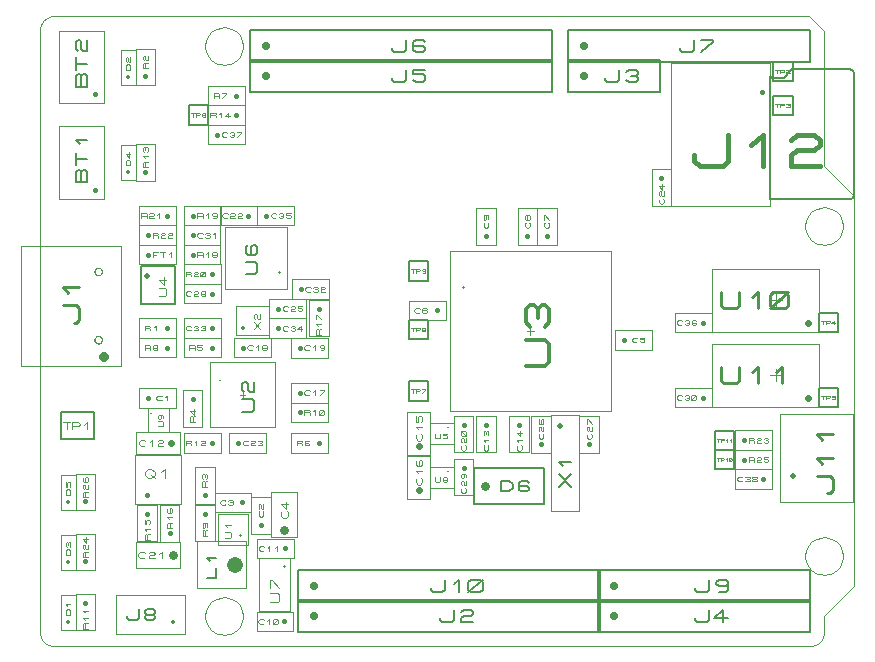
<source format=gbr>
G04 PROTEUS RS274X GERBER FILE*
%FSLAX45Y45*%
%MOMM*%
G01*
%ADD65C,0.025400*%
%ADD15C,0.400000*%
%ADD131C,0.160210*%
%ADD132C,0.320000*%
%ADD133C,0.067010*%
%ADD67C,0.127000*%
%ADD134C,0.088900*%
%ADD135C,0.420000*%
%ADD136C,0.067500*%
%ADD137C,0.360000*%
%ADD138C,0.150710*%
%ADD139C,0.640000*%
%ADD140C,0.177800*%
%ADD141C,0.431830*%
%ADD142C,0.270000*%
%ADD143C,0.328930*%
%ADD144C,0.050000*%
%ADD145C,0.119760*%
%ADD146C,0.480000*%
%ADD147C,0.160880*%
%ADD148C,0.840000*%
%ADD149C,0.226600*%
%ADD150C,0.156660*%
%ADD151C,0.077510*%
%ADD152C,0.508000*%
%ADD153C,0.104140*%
%ADD154C,0.180000*%
%ADD155C,0.162330*%
%ADD156C,0.571500*%
%ADD157C,0.230480*%
%ADD158C,0.396240*%
%ADD159C,0.124940*%
%ADD160C,0.140000*%
%ADD161C,0.063280*%
%ADD162C,0.558800*%
%ADD163C,0.084240*%
%ADD164C,0.760000*%
%ADD165C,0.149760*%
%ADD166C,0.268000*%
%ADD167C,0.083280*%
%ADD168C,1.350000*%
%ADD169C,0.128280*%
%ADD170C,0.720000*%
%ADD171C,0.090400*%
%ADD172C,0.540000*%
%ADD173C,0.222730*%
%ADD174C,0.037500*%
D65*
X+6800850Y+762000D02*
X+6800320Y+774958D01*
X+6796016Y+800876D01*
X+6787025Y+826794D01*
X+6772380Y+852712D01*
X+6749976Y+878466D01*
X+6724058Y+897958D01*
X+6698140Y+910530D01*
X+6672222Y+917866D01*
X+6646304Y+920694D01*
X+6642100Y+920750D01*
X+6483350Y+762000D02*
X+6483880Y+774958D01*
X+6488184Y+800876D01*
X+6497175Y+826794D01*
X+6511820Y+852712D01*
X+6534224Y+878466D01*
X+6560142Y+897958D01*
X+6586060Y+910530D01*
X+6611978Y+917866D01*
X+6637896Y+920694D01*
X+6642100Y+920750D01*
X+6483350Y+762000D02*
X+6483880Y+749042D01*
X+6488184Y+723124D01*
X+6497175Y+697206D01*
X+6511820Y+671288D01*
X+6534224Y+645534D01*
X+6560142Y+626042D01*
X+6586060Y+613470D01*
X+6611978Y+606134D01*
X+6637896Y+603306D01*
X+6642100Y+603250D01*
X+6800850Y+762000D02*
X+6800320Y+749042D01*
X+6796016Y+723124D01*
X+6787025Y+697206D01*
X+6772380Y+671288D01*
X+6749976Y+645534D01*
X+6724058Y+626042D01*
X+6698140Y+613470D01*
X+6672222Y+606134D01*
X+6646304Y+603306D01*
X+6642100Y+603250D01*
X+6800850Y+3556000D02*
X+6800320Y+3568958D01*
X+6796016Y+3594876D01*
X+6787025Y+3620794D01*
X+6772380Y+3646712D01*
X+6749976Y+3672466D01*
X+6724058Y+3691958D01*
X+6698140Y+3704530D01*
X+6672222Y+3711866D01*
X+6646304Y+3714694D01*
X+6642100Y+3714750D01*
X+6483350Y+3556000D02*
X+6483880Y+3568958D01*
X+6488184Y+3594876D01*
X+6497175Y+3620794D01*
X+6511820Y+3646712D01*
X+6534224Y+3672466D01*
X+6560142Y+3691958D01*
X+6586060Y+3704530D01*
X+6611978Y+3711866D01*
X+6637896Y+3714694D01*
X+6642100Y+3714750D01*
X+6483350Y+3556000D02*
X+6483880Y+3543042D01*
X+6488184Y+3517124D01*
X+6497175Y+3491206D01*
X+6511820Y+3465288D01*
X+6534224Y+3439534D01*
X+6560142Y+3420042D01*
X+6586060Y+3407470D01*
X+6611978Y+3400134D01*
X+6637896Y+3397306D01*
X+6642100Y+3397250D01*
X+6800850Y+3556000D02*
X+6800320Y+3543042D01*
X+6796016Y+3517124D01*
X+6787025Y+3491206D01*
X+6772380Y+3465288D01*
X+6749976Y+3439534D01*
X+6724058Y+3420042D01*
X+6698140Y+3407470D01*
X+6672222Y+3400134D01*
X+6646304Y+3397306D01*
X+6642100Y+3397250D01*
X+1720850Y+5080000D02*
X+1720320Y+5092958D01*
X+1716016Y+5118876D01*
X+1707025Y+5144794D01*
X+1692380Y+5170712D01*
X+1669976Y+5196466D01*
X+1644058Y+5215958D01*
X+1618140Y+5228530D01*
X+1592222Y+5235866D01*
X+1566304Y+5238694D01*
X+1562100Y+5238750D01*
X+1403350Y+5080000D02*
X+1403880Y+5092958D01*
X+1408184Y+5118876D01*
X+1417175Y+5144794D01*
X+1431820Y+5170712D01*
X+1454224Y+5196466D01*
X+1480142Y+5215958D01*
X+1506060Y+5228530D01*
X+1531978Y+5235866D01*
X+1557896Y+5238694D01*
X+1562100Y+5238750D01*
X+1403350Y+5080000D02*
X+1403880Y+5067042D01*
X+1408184Y+5041124D01*
X+1417175Y+5015206D01*
X+1431820Y+4989288D01*
X+1454224Y+4963534D01*
X+1480142Y+4944042D01*
X+1506060Y+4931470D01*
X+1531978Y+4924134D01*
X+1557896Y+4921306D01*
X+1562100Y+4921250D01*
X+1720850Y+5080000D02*
X+1720320Y+5067042D01*
X+1716016Y+5041124D01*
X+1707025Y+5015206D01*
X+1692380Y+4989288D01*
X+1669976Y+4963534D01*
X+1644058Y+4944042D01*
X+1618140Y+4931470D01*
X+1592222Y+4924134D01*
X+1566304Y+4921306D01*
X+1562100Y+4921250D01*
X+1720850Y+254000D02*
X+1720320Y+266958D01*
X+1716016Y+292876D01*
X+1707025Y+318794D01*
X+1692380Y+344712D01*
X+1669976Y+370466D01*
X+1644058Y+389958D01*
X+1618140Y+402530D01*
X+1592222Y+409866D01*
X+1566304Y+412694D01*
X+1562100Y+412750D01*
X+1403350Y+254000D02*
X+1403880Y+266958D01*
X+1408184Y+292876D01*
X+1417175Y+318794D01*
X+1431820Y+344712D01*
X+1454224Y+370466D01*
X+1480142Y+389958D01*
X+1506060Y+402530D01*
X+1531978Y+409866D01*
X+1557896Y+412694D01*
X+1562100Y+412750D01*
X+1403350Y+254000D02*
X+1403880Y+241042D01*
X+1408184Y+215124D01*
X+1417175Y+189206D01*
X+1431820Y+163288D01*
X+1454224Y+137534D01*
X+1480142Y+118042D01*
X+1506060Y+105470D01*
X+1531978Y+98134D01*
X+1557896Y+95306D01*
X+1562100Y+95250D01*
X+1720850Y+254000D02*
X+1720320Y+241042D01*
X+1716016Y+215124D01*
X+1707025Y+189206D01*
X+1692380Y+163288D01*
X+1669976Y+137534D01*
X+1644058Y+118042D01*
X+1618140Y+105470D01*
X+1592222Y+98134D01*
X+1566304Y+95306D01*
X+1562100Y+95250D01*
X+127000Y+0D02*
X+101032Y+2527D01*
X+77018Y+9798D01*
X+55423Y+21347D01*
X+36711Y+36711D01*
X+21348Y+55423D01*
X+9798Y+77018D01*
X+2527Y+101032D01*
X+0Y+127000D01*
X+0Y+5207000D01*
X+2527Y+5232967D01*
X+9798Y+5256981D01*
X+21348Y+5278577D01*
X+36711Y+5297289D01*
X+55423Y+5312652D01*
X+77018Y+5324202D01*
X+101032Y+5331473D01*
X+127000Y+5334000D01*
X+6515100Y+5334000D01*
X+6642100Y+5207000D01*
X+6642100Y+4064000D01*
X+6896100Y+3810000D01*
X+6896100Y+508000D01*
X+6642100Y+254000D01*
X+6642100Y+127000D01*
X+6639573Y+101032D01*
X+6632302Y+77018D01*
X+6620752Y+55423D01*
X+6605389Y+36711D01*
X+6586677Y+21347D01*
X+6565081Y+9798D01*
X+6541067Y+2527D01*
X+6515100Y+0D01*
X+127000Y+0D01*
X+161300Y+3789350D02*
X+546300Y+3789350D01*
X+546300Y+4399350D01*
X+161300Y+4399350D01*
X+161300Y+3789350D01*
D15*
X+466300Y+3864350D02*
X+466300Y+3864350D01*
D131*
X+401863Y+3926202D02*
X+305737Y+3926202D01*
X+305737Y+4016320D01*
X+321758Y+4034343D01*
X+337779Y+4034343D01*
X+353800Y+4016320D01*
X+369821Y+4034343D01*
X+385842Y+4034343D01*
X+401863Y+4016320D01*
X+401863Y+3926202D01*
X+353800Y+3926202D02*
X+353800Y+4016320D01*
X+305737Y+4070391D02*
X+305737Y+4178532D01*
X+305737Y+4124461D02*
X+401863Y+4124461D01*
X+337779Y+4250627D02*
X+305737Y+4286674D01*
X+401863Y+4286674D01*
D65*
X+161300Y+4595800D02*
X+546300Y+4595800D01*
X+546300Y+5205800D01*
X+161300Y+5205800D01*
X+161300Y+4595800D01*
D15*
X+466300Y+4670800D02*
X+466300Y+4670800D01*
D131*
X+401863Y+4732652D02*
X+305737Y+4732652D01*
X+305737Y+4822770D01*
X+321758Y+4840793D01*
X+337779Y+4840793D01*
X+353800Y+4822770D01*
X+369821Y+4840793D01*
X+385842Y+4840793D01*
X+401863Y+4822770D01*
X+401863Y+4732652D01*
X+353800Y+4732652D02*
X+353800Y+4822770D01*
X+305737Y+4876841D02*
X+305737Y+4984982D01*
X+305737Y+4930911D02*
X+401863Y+4930911D01*
X+321758Y+5039053D02*
X+305737Y+5057077D01*
X+305737Y+5111148D01*
X+321758Y+5129171D01*
X+337779Y+5129171D01*
X+353800Y+5111148D01*
X+353800Y+5057077D01*
X+369821Y+5039053D01*
X+401863Y+5039053D01*
X+401863Y+5129171D01*
D65*
X+177800Y+139575D02*
X+304800Y+139575D01*
X+304800Y+431675D01*
X+177800Y+431675D01*
X+177800Y+139575D01*
D132*
X+241300Y+203200D02*
X+241300Y+203200D01*
D133*
X+261404Y+265760D02*
X+221195Y+265760D01*
X+221195Y+295916D01*
X+234598Y+310994D01*
X+248001Y+310994D01*
X+261404Y+295916D01*
X+261404Y+265760D01*
X+234598Y+341151D02*
X+221195Y+356229D01*
X+261404Y+356229D01*
D67*
X+178550Y+1752400D02*
X+457950Y+1752400D01*
X+457950Y+1981000D01*
X+178550Y+1981000D01*
X+178550Y+1752400D01*
D134*
X+198235Y+1893370D02*
X+258242Y+1893370D01*
X+228238Y+1893370D02*
X+228238Y+1840030D01*
X+278245Y+1840030D02*
X+278245Y+1893370D01*
X+328251Y+1893370D01*
X+338252Y+1884480D01*
X+338252Y+1875590D01*
X+328251Y+1866700D01*
X+278245Y+1866700D01*
X+378257Y+1875590D02*
X+398260Y+1893370D01*
X+398260Y+1840030D01*
D65*
X+304805Y+640000D02*
X+469905Y+640000D01*
X+469905Y+951150D01*
X+304805Y+951150D01*
X+304805Y+640000D01*
D135*
X+387350Y+716200D02*
X+387350Y+716200D01*
D136*
X+407607Y+753678D02*
X+367104Y+753678D01*
X+367104Y+791649D01*
X+373854Y+799244D01*
X+380605Y+799244D01*
X+387355Y+791649D01*
X+387355Y+753678D01*
X+387355Y+791649D02*
X+394106Y+799244D01*
X+407607Y+799244D01*
X+373854Y+822027D02*
X+367104Y+829621D01*
X+367104Y+852404D01*
X+373854Y+859999D01*
X+380605Y+859999D01*
X+387355Y+852404D01*
X+387355Y+829621D01*
X+394106Y+822027D01*
X+407607Y+822027D01*
X+407607Y+859999D01*
X+394106Y+920754D02*
X+394106Y+875188D01*
X+367104Y+905565D01*
X+407607Y+905565D01*
D65*
X+304795Y+133250D02*
X+469895Y+133250D01*
X+469895Y+444400D01*
X+304795Y+444400D01*
X+304795Y+133250D01*
D135*
X+387350Y+368200D02*
X+387350Y+368200D01*
D136*
X+407597Y+148458D02*
X+367094Y+148458D01*
X+367094Y+186429D01*
X+373844Y+194024D01*
X+380595Y+194024D01*
X+387345Y+186429D01*
X+387345Y+148458D01*
X+387345Y+186429D02*
X+394096Y+194024D01*
X+407597Y+194024D01*
X+380595Y+224401D02*
X+367094Y+239590D01*
X+407597Y+239590D01*
X+380595Y+285156D02*
X+367094Y+300345D01*
X+407597Y+300345D01*
D65*
X+177800Y+647575D02*
X+304800Y+647575D01*
X+304800Y+939675D01*
X+177800Y+939675D01*
X+177800Y+647575D01*
D132*
X+241300Y+711200D02*
X+241300Y+711200D01*
D133*
X+261404Y+773760D02*
X+221195Y+773760D01*
X+221195Y+803916D01*
X+234598Y+818994D01*
X+248001Y+818994D01*
X+261404Y+803916D01*
X+261404Y+773760D01*
X+227897Y+841612D02*
X+221195Y+849151D01*
X+221195Y+871768D01*
X+227897Y+879307D01*
X+234598Y+879307D01*
X+241300Y+871768D01*
X+248001Y+879307D01*
X+254703Y+879307D01*
X+261404Y+871768D01*
X+261404Y+849151D01*
X+254703Y+841612D01*
X+241300Y+856690D02*
X+241300Y+871768D01*
D65*
X+845450Y+2609655D02*
X+1156600Y+2609655D01*
X+1156600Y+2774755D01*
X+845450Y+2774755D01*
X+845450Y+2609655D01*
D135*
X+1080400Y+2692200D02*
X+1080400Y+2692200D01*
D136*
X+891035Y+2671953D02*
X+891035Y+2712456D01*
X+929006Y+2712456D01*
X+936601Y+2705706D01*
X+936601Y+2698955D01*
X+929006Y+2692205D01*
X+891035Y+2692205D01*
X+929006Y+2692205D02*
X+936601Y+2685454D01*
X+936601Y+2671953D01*
X+966978Y+2698955D02*
X+982167Y+2712456D01*
X+982167Y+2671953D01*
D65*
X+304805Y+1148000D02*
X+469905Y+1148000D01*
X+469905Y+1459150D01*
X+304805Y+1459150D01*
X+304805Y+1148000D01*
D135*
X+387350Y+1224200D02*
X+387350Y+1224200D01*
D136*
X+407607Y+1261678D02*
X+367104Y+1261678D01*
X+367104Y+1299649D01*
X+373854Y+1307244D01*
X+380605Y+1307244D01*
X+387355Y+1299649D01*
X+387355Y+1261678D01*
X+387355Y+1299649D02*
X+394106Y+1307244D01*
X+407607Y+1307244D01*
X+373854Y+1330027D02*
X+367104Y+1337621D01*
X+367104Y+1360404D01*
X+373854Y+1367999D01*
X+380605Y+1367999D01*
X+387355Y+1360404D01*
X+387355Y+1337621D01*
X+394106Y+1330027D01*
X+407607Y+1330027D01*
X+407607Y+1367999D01*
X+373854Y+1428754D02*
X+367104Y+1421159D01*
X+367104Y+1398376D01*
X+373854Y+1390782D01*
X+400857Y+1390782D01*
X+407607Y+1398376D01*
X+407607Y+1421159D01*
X+400857Y+1428754D01*
X+394106Y+1428754D01*
X+387355Y+1421159D01*
X+387355Y+1390782D01*
D65*
X+647700Y+101600D02*
X+1231900Y+101600D01*
X+1231900Y+431800D01*
X+647700Y+431800D01*
X+647700Y+101600D01*
D137*
X+1130300Y+203200D02*
X+1130300Y+203200D01*
D138*
X+743719Y+251628D02*
X+743719Y+236556D01*
X+760674Y+221484D01*
X+828497Y+221484D01*
X+845453Y+236556D01*
X+845453Y+311915D01*
X+913276Y+266700D02*
X+896320Y+281771D01*
X+896320Y+296843D01*
X+913276Y+311915D01*
X+964143Y+311915D01*
X+981099Y+296843D01*
X+981099Y+281771D01*
X+964143Y+266700D01*
X+913276Y+266700D01*
X+896320Y+251628D01*
X+896320Y+236556D01*
X+913276Y+221484D01*
X+964143Y+221484D01*
X+981099Y+236556D01*
X+981099Y+251628D01*
X+964143Y+266700D01*
D67*
X+4730750Y+374650D02*
X+6521450Y+374650D01*
X+6521450Y+641350D01*
X+4730750Y+641350D01*
X+4730750Y+374650D01*
D139*
X+4864100Y+508000D02*
X+4864100Y+508000D01*
D140*
X+5548755Y+490220D02*
X+5548755Y+472440D01*
X+5568757Y+454660D01*
X+5648767Y+454660D01*
X+5668770Y+472440D01*
X+5668770Y+561340D01*
X+5828790Y+525780D02*
X+5808787Y+508000D01*
X+5748780Y+508000D01*
X+5728777Y+525780D01*
X+5728777Y+543560D01*
X+5748780Y+561340D01*
X+5808787Y+561340D01*
X+5828790Y+543560D01*
X+5828790Y+472440D01*
X+5808787Y+454660D01*
X+5748780Y+454660D01*
D67*
X+4730750Y+120650D02*
X+6521450Y+120650D01*
X+6521450Y+387350D01*
X+4730750Y+387350D01*
X+4730750Y+120650D01*
D139*
X+4864100Y+254000D02*
X+4864100Y+254000D01*
D140*
X+5548755Y+236220D02*
X+5548755Y+218440D01*
X+5568757Y+200660D01*
X+5648767Y+200660D01*
X+5668770Y+218440D01*
X+5668770Y+307340D01*
X+5828790Y+236220D02*
X+5708775Y+236220D01*
X+5788785Y+307340D01*
X+5788785Y+200660D01*
D67*
X+2190750Y+374650D02*
X+4743450Y+374650D01*
X+4743450Y+641350D01*
X+2190750Y+641350D01*
X+2190750Y+374650D01*
D139*
X+2324100Y+508000D02*
X+2324100Y+508000D01*
D140*
X+3309745Y+490220D02*
X+3309745Y+472440D01*
X+3329747Y+454660D01*
X+3409757Y+454660D01*
X+3429760Y+472440D01*
X+3429760Y+561340D01*
X+3509770Y+525780D02*
X+3549775Y+561340D01*
X+3549775Y+454660D01*
X+3629785Y+472440D02*
X+3629785Y+543560D01*
X+3649787Y+561340D01*
X+3729797Y+561340D01*
X+3749800Y+543560D01*
X+3749800Y+472440D01*
X+3729797Y+454660D01*
X+3649787Y+454660D01*
X+3629785Y+472440D01*
X+3629785Y+454660D02*
X+3749800Y+561340D01*
D67*
X+2190750Y+120650D02*
X+4743450Y+120650D01*
X+4743450Y+387350D01*
X+2190750Y+387350D01*
X+2190750Y+120650D01*
D139*
X+2324100Y+254000D02*
X+2324100Y+254000D01*
D140*
X+3389755Y+236220D02*
X+3389755Y+218440D01*
X+3409757Y+200660D01*
X+3489767Y+200660D01*
X+3509770Y+218440D01*
X+3509770Y+307340D01*
X+3569777Y+289560D02*
X+3589780Y+307340D01*
X+3649787Y+307340D01*
X+3669790Y+289560D01*
X+3669790Y+271780D01*
X+3649787Y+254000D01*
X+3589780Y+254000D01*
X+3569777Y+236220D01*
X+3569777Y+200660D01*
X+3669790Y+200660D01*
D67*
X+1784350Y+4946650D02*
X+4337050Y+4946650D01*
X+4337050Y+5213350D01*
X+1784350Y+5213350D01*
X+1784350Y+4946650D01*
D139*
X+1917700Y+5080000D02*
X+1917700Y+5080000D01*
D140*
X+2983355Y+5062220D02*
X+2983355Y+5044440D01*
X+3003357Y+5026660D01*
X+3083367Y+5026660D01*
X+3103370Y+5044440D01*
X+3103370Y+5133340D01*
X+3263390Y+5115560D02*
X+3243387Y+5133340D01*
X+3183380Y+5133340D01*
X+3163377Y+5115560D01*
X+3163377Y+5044440D01*
X+3183380Y+5026660D01*
X+3243387Y+5026660D01*
X+3263390Y+5044440D01*
X+3263390Y+5062220D01*
X+3243387Y+5080000D01*
X+3163377Y+5080000D01*
D67*
X+1784350Y+4692650D02*
X+4337050Y+4692650D01*
X+4337050Y+4959350D01*
X+1784350Y+4959350D01*
X+1784350Y+4692650D01*
D139*
X+1917700Y+4826000D02*
X+1917700Y+4826000D01*
D140*
X+2983355Y+4808220D02*
X+2983355Y+4790440D01*
X+3003357Y+4772660D01*
X+3083367Y+4772660D01*
X+3103370Y+4790440D01*
X+3103370Y+4879340D01*
X+3263390Y+4879340D02*
X+3163377Y+4879340D01*
X+3163377Y+4843780D01*
X+3243387Y+4843780D01*
X+3263390Y+4826000D01*
X+3263390Y+4790440D01*
X+3243387Y+4772660D01*
X+3183380Y+4772660D01*
X+3163377Y+4790440D01*
D67*
X+4476750Y+4946650D02*
X+6521450Y+4946650D01*
X+6521450Y+5213350D01*
X+4476750Y+5213350D01*
X+4476750Y+4946650D01*
D139*
X+4610100Y+5080000D02*
X+4610100Y+5080000D01*
D140*
X+5421755Y+5062220D02*
X+5421755Y+5044440D01*
X+5441757Y+5026660D01*
X+5521767Y+5026660D01*
X+5541770Y+5044440D01*
X+5541770Y+5133340D01*
X+5601777Y+5133340D02*
X+5701790Y+5133340D01*
X+5701790Y+5115560D01*
X+5601777Y+5026660D01*
D65*
X+177800Y+1155575D02*
X+304800Y+1155575D01*
X+304800Y+1447675D01*
X+177800Y+1447675D01*
X+177800Y+1155575D01*
D132*
X+241300Y+1219200D02*
X+241300Y+1219200D01*
D133*
X+261404Y+1281760D02*
X+221195Y+1281760D01*
X+221195Y+1311916D01*
X+234598Y+1326994D01*
X+248001Y+1326994D01*
X+261404Y+1311916D01*
X+261404Y+1281760D01*
X+221195Y+1387307D02*
X+221195Y+1349612D01*
X+234598Y+1349612D01*
X+234598Y+1379768D01*
X+241300Y+1387307D01*
X+254703Y+1387307D01*
X+261404Y+1379768D01*
X+261404Y+1357151D01*
X+254703Y+1349612D01*
D65*
X+5347000Y+3728100D02*
X+6187000Y+3728100D01*
X+6187000Y+4938100D01*
X+5347000Y+4938100D01*
X+5347000Y+3728100D01*
D67*
X+6187000Y+3783100D02*
X+6862000Y+3783100D01*
X+6873807Y+3785414D01*
X+6883328Y+3791772D01*
X+6889686Y+3801293D01*
X+6892000Y+3813100D01*
X+6892000Y+4853100D01*
X+6889686Y+4864907D01*
X+6883328Y+4874428D01*
X+6873807Y+4880786D01*
X+6862000Y+4883100D01*
X+6372000Y+4883100D01*
X+6302000Y+4813100D01*
X+6202000Y+4813100D01*
X+6191336Y+4817436D01*
X+6187000Y+4828100D01*
X+6187000Y+3783100D01*
D15*
X+6117000Y+4688100D02*
X+6117000Y+4688100D01*
D141*
X+5539070Y+4154282D02*
X+5539070Y+4111099D01*
X+5587650Y+4067916D01*
X+5781974Y+4067916D01*
X+5830555Y+4111099D01*
X+5830555Y+4327014D01*
X+6024878Y+4240648D02*
X+6122040Y+4327014D01*
X+6122040Y+4067916D01*
X+6364944Y+4283831D02*
X+6413525Y+4327014D01*
X+6559268Y+4327014D01*
X+6607849Y+4283831D01*
X+6607849Y+4240648D01*
X+6559268Y+4197465D01*
X+6413525Y+4197465D01*
X+6364944Y+4154282D01*
X+6364944Y+4067916D01*
X+6607849Y+4067916D01*
D65*
X+3474400Y+1987400D02*
X+4834400Y+1987400D01*
X+4834400Y+3347400D01*
X+3474400Y+3347400D01*
X+3474400Y+1987400D01*
X+4124400Y+2667400D02*
X+4184400Y+2667400D01*
X+4154400Y+2697400D02*
X+4154400Y+2637400D01*
D142*
X+3584400Y+3042400D02*
X+3584400Y+3042400D01*
D143*
X+4118104Y+2371357D02*
X+4282572Y+2371357D01*
X+4315466Y+2408362D01*
X+4315466Y+2556383D01*
X+4282572Y+2593389D01*
X+4118104Y+2593389D01*
X+4150998Y+2704405D02*
X+4118104Y+2741410D01*
X+4118104Y+2852426D01*
X+4150998Y+2889432D01*
X+4183891Y+2889432D01*
X+4216785Y+2852426D01*
X+4249679Y+2889432D01*
X+4282572Y+2889432D01*
X+4315466Y+2852426D01*
X+4315466Y+2741410D01*
X+4282572Y+2704405D01*
X+4216785Y+2778416D02*
X+4216785Y+2852426D01*
D144*
X+1860725Y+293600D02*
X+2120725Y+293600D01*
X+2120725Y+743600D01*
X+1860725Y+743600D01*
X+1860725Y+293600D01*
D142*
X+2065725Y+676600D02*
X+2065725Y+676600D01*
D145*
X+1954796Y+369311D02*
X+2014679Y+369311D01*
X+2026655Y+382784D01*
X+2026655Y+436679D01*
X+2014679Y+450152D01*
X+1954796Y+450152D01*
X+1954796Y+490573D02*
X+1954796Y+557941D01*
X+1966772Y+557941D01*
X+2026655Y+490573D01*
D67*
X+4476750Y+4692650D02*
X+5251450Y+4692650D01*
X+5251450Y+4959350D01*
X+4476750Y+4959350D01*
X+4476750Y+4692650D01*
D139*
X+4610100Y+4826000D02*
X+4610100Y+4826000D01*
D140*
X+4786755Y+4808220D02*
X+4786755Y+4790440D01*
X+4806757Y+4772660D01*
X+4886767Y+4772660D01*
X+4906770Y+4790440D01*
X+4906770Y+4879340D01*
X+4966777Y+4861560D02*
X+4986780Y+4879340D01*
X+5046787Y+4879340D01*
X+5066790Y+4861560D01*
X+5066790Y+4843780D01*
X+5046787Y+4826000D01*
X+5066790Y+4808220D01*
X+5066790Y+4790440D01*
X+5046787Y+4772660D01*
X+4986780Y+4772660D01*
X+4966777Y+4790440D01*
X+5006782Y+4826000D02*
X+5046787Y+4826000D01*
D65*
X+4211955Y+3396150D02*
X+4377055Y+3396150D01*
X+4377055Y+3707300D01*
X+4211955Y+3707300D01*
X+4211955Y+3396150D01*
D135*
X+4294500Y+3472350D02*
X+4294500Y+3472350D01*
D136*
X+4308007Y+3585771D02*
X+4314757Y+3578176D01*
X+4314757Y+3555393D01*
X+4301256Y+3540205D01*
X+4287755Y+3540205D01*
X+4274254Y+3555393D01*
X+4274254Y+3578176D01*
X+4281004Y+3585771D01*
X+4274254Y+3608554D02*
X+4274254Y+3646526D01*
X+4281004Y+3646526D01*
X+4314757Y+3608554D01*
D65*
X+4046855Y+3396150D02*
X+4211955Y+3396150D01*
X+4211955Y+3707300D01*
X+4046855Y+3707300D01*
X+4046855Y+3396150D01*
D135*
X+4129400Y+3472350D02*
X+4129400Y+3472350D01*
D136*
X+4142907Y+3585771D02*
X+4149657Y+3578176D01*
X+4149657Y+3555393D01*
X+4136156Y+3540205D01*
X+4122655Y+3540205D01*
X+4109154Y+3555393D01*
X+4109154Y+3578176D01*
X+4115904Y+3585771D01*
X+4129405Y+3616148D02*
X+4122655Y+3608554D01*
X+4115904Y+3608554D01*
X+4109154Y+3616148D01*
X+4109154Y+3638931D01*
X+4115904Y+3646526D01*
X+4122655Y+3646526D01*
X+4129405Y+3638931D01*
X+4129405Y+3616148D01*
X+4136156Y+3608554D01*
X+4142907Y+3608554D01*
X+4149657Y+3616148D01*
X+4149657Y+3638931D01*
X+4142907Y+3646526D01*
X+4136156Y+3646526D01*
X+4129405Y+3638931D01*
D65*
X+3696855Y+3396150D02*
X+3861955Y+3396150D01*
X+3861955Y+3707300D01*
X+3696855Y+3707300D01*
X+3696855Y+3396150D01*
D135*
X+3779400Y+3472350D02*
X+3779400Y+3472350D01*
D136*
X+3792907Y+3585771D02*
X+3799657Y+3578176D01*
X+3799657Y+3555393D01*
X+3786156Y+3540205D01*
X+3772655Y+3540205D01*
X+3759154Y+3555393D01*
X+3759154Y+3578176D01*
X+3765904Y+3585771D01*
X+3772655Y+3646526D02*
X+3779405Y+3638931D01*
X+3779405Y+3616148D01*
X+3772655Y+3608554D01*
X+3765904Y+3608554D01*
X+3759154Y+3616148D01*
X+3759154Y+3638931D01*
X+3765904Y+3646526D01*
X+3792907Y+3646526D01*
X+3799657Y+3638931D01*
X+3799657Y+3616148D01*
D65*
X+3127200Y+2759855D02*
X+3438350Y+2759855D01*
X+3438350Y+2924955D01*
X+3127200Y+2924955D01*
X+3127200Y+2759855D01*
D135*
X+3362150Y+2842400D02*
X+3362150Y+2842400D01*
D136*
X+3218351Y+2828903D02*
X+3210756Y+2822153D01*
X+3187973Y+2822153D01*
X+3172785Y+2835654D01*
X+3172785Y+2849155D01*
X+3187973Y+2862656D01*
X+3210756Y+2862656D01*
X+3218351Y+2855906D01*
X+3279106Y+2855906D02*
X+3271511Y+2862656D01*
X+3248728Y+2862656D01*
X+3241134Y+2855906D01*
X+3241134Y+2828903D01*
X+3248728Y+2822153D01*
X+3271511Y+2822153D01*
X+3279106Y+2828903D01*
X+3279106Y+2835654D01*
X+3271511Y+2842405D01*
X+3241134Y+2842405D01*
D65*
X+3696845Y+1640200D02*
X+3861945Y+1640200D01*
X+3861945Y+1951350D01*
X+3696845Y+1951350D01*
X+3696845Y+1640200D01*
D135*
X+3779400Y+1875150D02*
X+3779400Y+1875150D01*
D136*
X+3792897Y+1700974D02*
X+3799647Y+1693379D01*
X+3799647Y+1670596D01*
X+3786146Y+1655408D01*
X+3772645Y+1655408D01*
X+3759144Y+1670596D01*
X+3759144Y+1693379D01*
X+3765894Y+1700974D01*
X+3772645Y+1731351D02*
X+3759144Y+1746540D01*
X+3799647Y+1746540D01*
X+3765894Y+1784512D02*
X+3759144Y+1792106D01*
X+3759144Y+1814889D01*
X+3765894Y+1822484D01*
X+3772645Y+1822484D01*
X+3779395Y+1814889D01*
X+3786146Y+1822484D01*
X+3792897Y+1822484D01*
X+3799647Y+1814889D01*
X+3799647Y+1792106D01*
X+3792897Y+1784512D01*
X+3779395Y+1799701D02*
X+3779395Y+1814889D01*
D65*
X+3977795Y+1640200D02*
X+4142895Y+1640200D01*
X+4142895Y+1951350D01*
X+3977795Y+1951350D01*
X+3977795Y+1640200D01*
D135*
X+4060350Y+1875150D02*
X+4060350Y+1875150D01*
D136*
X+4073847Y+1700974D02*
X+4080597Y+1693379D01*
X+4080597Y+1670596D01*
X+4067096Y+1655408D01*
X+4053595Y+1655408D01*
X+4040094Y+1670596D01*
X+4040094Y+1693379D01*
X+4046844Y+1700974D01*
X+4053595Y+1731351D02*
X+4040094Y+1746540D01*
X+4080597Y+1746540D01*
X+4067096Y+1822484D02*
X+4067096Y+1776918D01*
X+4040094Y+1807295D01*
X+4080597Y+1807295D01*
D65*
X+4870450Y+2509845D02*
X+5181600Y+2509845D01*
X+5181600Y+2674945D01*
X+4870450Y+2674945D01*
X+4870450Y+2509845D01*
D135*
X+4946650Y+2592400D02*
X+4946650Y+2592400D01*
D136*
X+5060071Y+2578893D02*
X+5052476Y+2572143D01*
X+5029693Y+2572143D01*
X+5014505Y+2585644D01*
X+5014505Y+2599145D01*
X+5029693Y+2612646D01*
X+5052476Y+2612646D01*
X+5060071Y+2605896D01*
X+5120826Y+2612646D02*
X+5082854Y+2612646D01*
X+5082854Y+2599145D01*
X+5113231Y+2599145D01*
X+5120826Y+2592395D01*
X+5120826Y+2578893D01*
X+5113231Y+2572143D01*
X+5090448Y+2572143D01*
X+5082854Y+2578893D01*
D65*
X+1532500Y+3562155D02*
X+1843650Y+3562155D01*
X+1843650Y+3727255D01*
X+1532500Y+3727255D01*
X+1532500Y+3562155D01*
D135*
X+1767450Y+3644700D02*
X+1767450Y+3644700D01*
D136*
X+1593274Y+3631203D02*
X+1585679Y+3624453D01*
X+1562896Y+3624453D01*
X+1547708Y+3637954D01*
X+1547708Y+3651455D01*
X+1562896Y+3664956D01*
X+1585679Y+3664956D01*
X+1593274Y+3658206D01*
X+1616057Y+3658206D02*
X+1623651Y+3664956D01*
X+1646434Y+3664956D01*
X+1654029Y+3658206D01*
X+1654029Y+3651455D01*
X+1646434Y+3644705D01*
X+1623651Y+3644705D01*
X+1616057Y+3637954D01*
X+1616057Y+3624453D01*
X+1654029Y+3624453D01*
X+1676812Y+3658206D02*
X+1684406Y+3664956D01*
X+1707189Y+3664956D01*
X+1714784Y+3658206D01*
X+1714784Y+3651455D01*
X+1707189Y+3644705D01*
X+1684406Y+3644705D01*
X+1676812Y+3637954D01*
X+1676812Y+3624453D01*
X+1714784Y+3624453D01*
D65*
X+4328250Y+1142450D02*
X+4568250Y+1142450D01*
X+4568250Y+1952450D01*
X+4328250Y+1952450D01*
X+4328250Y+1142450D01*
D146*
X+4403250Y+1862450D02*
X+4403250Y+1862450D01*
D147*
X+4399984Y+1345016D02*
X+4496517Y+1453615D01*
X+4496517Y+1345016D02*
X+4399984Y+1453615D01*
X+4432162Y+1526014D02*
X+4399984Y+1562214D01*
X+4496517Y+1562214D01*
D65*
X+4161955Y+1638950D02*
X+4327055Y+1638950D01*
X+4327055Y+1950100D01*
X+4161955Y+1950100D01*
X+4161955Y+1638950D01*
D135*
X+4244500Y+1715150D02*
X+4244500Y+1715150D01*
D136*
X+4258007Y+1798194D02*
X+4264757Y+1790599D01*
X+4264757Y+1767816D01*
X+4251256Y+1752628D01*
X+4237755Y+1752628D01*
X+4224254Y+1767816D01*
X+4224254Y+1790599D01*
X+4231004Y+1798194D01*
X+4231004Y+1820977D02*
X+4224254Y+1828571D01*
X+4224254Y+1851354D01*
X+4231004Y+1858949D01*
X+4237755Y+1858949D01*
X+4244505Y+1851354D01*
X+4244505Y+1828571D01*
X+4251256Y+1820977D01*
X+4264757Y+1820977D01*
X+4264757Y+1858949D01*
X+4231004Y+1919704D02*
X+4224254Y+1912109D01*
X+4224254Y+1889326D01*
X+4231004Y+1881732D01*
X+4258007Y+1881732D01*
X+4264757Y+1889326D01*
X+4264757Y+1912109D01*
X+4258007Y+1919704D01*
X+4251256Y+1919704D01*
X+4244505Y+1912109D01*
X+4244505Y+1881732D01*
D65*
X+4570895Y+1638950D02*
X+4735995Y+1638950D01*
X+4735995Y+1950100D01*
X+4570895Y+1950100D01*
X+4570895Y+1638950D01*
D135*
X+4653440Y+1715150D02*
X+4653440Y+1715150D01*
D136*
X+4666947Y+1798194D02*
X+4673697Y+1790599D01*
X+4673697Y+1767816D01*
X+4660196Y+1752628D01*
X+4646695Y+1752628D01*
X+4633194Y+1767816D01*
X+4633194Y+1790599D01*
X+4639944Y+1798194D01*
X+4639944Y+1820977D02*
X+4633194Y+1828571D01*
X+4633194Y+1851354D01*
X+4639944Y+1858949D01*
X+4646695Y+1858949D01*
X+4653445Y+1851354D01*
X+4653445Y+1828571D01*
X+4660196Y+1820977D01*
X+4673697Y+1820977D01*
X+4673697Y+1858949D01*
X+4633194Y+1881732D02*
X+4633194Y+1919704D01*
X+4639944Y+1919704D01*
X+4673697Y+1881732D01*
D65*
X+1221350Y+2901755D02*
X+1532500Y+2901755D01*
X+1532500Y+3066855D01*
X+1221350Y+3066855D01*
X+1221350Y+2901755D01*
D135*
X+1456300Y+2984300D02*
X+1456300Y+2984300D01*
D136*
X+1282124Y+2970803D02*
X+1274529Y+2964053D01*
X+1251746Y+2964053D01*
X+1236558Y+2977554D01*
X+1236558Y+2991055D01*
X+1251746Y+3004556D01*
X+1274529Y+3004556D01*
X+1282124Y+2997806D01*
X+1304907Y+2997806D02*
X+1312501Y+3004556D01*
X+1335284Y+3004556D01*
X+1342879Y+2997806D01*
X+1342879Y+2991055D01*
X+1335284Y+2984305D01*
X+1312501Y+2984305D01*
X+1304907Y+2977554D01*
X+1304907Y+2964053D01*
X+1342879Y+2964053D01*
X+1373256Y+2984305D02*
X+1365662Y+2991055D01*
X+1365662Y+2997806D01*
X+1373256Y+3004556D01*
X+1396039Y+3004556D01*
X+1403634Y+2997806D01*
X+1403634Y+2991055D01*
X+1396039Y+2984305D01*
X+1373256Y+2984305D01*
X+1365662Y+2977554D01*
X+1365662Y+2970803D01*
X+1373256Y+2964053D01*
X+1396039Y+2964053D01*
X+1403634Y+2970803D01*
X+1403634Y+2977554D01*
X+1396039Y+2984305D01*
D65*
X+845450Y+2444555D02*
X+1156600Y+2444555D01*
X+1156600Y+2609655D01*
X+845450Y+2609655D01*
X+845450Y+2444555D01*
D135*
X+1080400Y+2527100D02*
X+1080400Y+2527100D01*
D136*
X+891035Y+2506853D02*
X+891035Y+2547356D01*
X+929006Y+2547356D01*
X+936601Y+2540606D01*
X+936601Y+2533855D01*
X+929006Y+2527105D01*
X+891035Y+2527105D01*
X+929006Y+2527105D02*
X+936601Y+2520354D01*
X+936601Y+2506853D01*
X+966978Y+2527105D02*
X+959384Y+2533855D01*
X+959384Y+2540606D01*
X+966978Y+2547356D01*
X+989761Y+2547356D01*
X+997356Y+2540606D01*
X+997356Y+2533855D01*
X+989761Y+2527105D01*
X+966978Y+2527105D01*
X+959384Y+2520354D01*
X+959384Y+2513603D01*
X+966978Y+2506853D01*
X+989761Y+2506853D01*
X+997356Y+2513603D01*
X+997356Y+2520354D01*
X+989761Y+2527105D01*
D65*
X+1944000Y+2774745D02*
X+2255150Y+2774745D01*
X+2255150Y+2939845D01*
X+1944000Y+2939845D01*
X+1944000Y+2774745D01*
D135*
X+2020200Y+2857300D02*
X+2020200Y+2857300D01*
D136*
X+2103244Y+2843793D02*
X+2095649Y+2837043D01*
X+2072866Y+2837043D01*
X+2057678Y+2850544D01*
X+2057678Y+2864045D01*
X+2072866Y+2877546D01*
X+2095649Y+2877546D01*
X+2103244Y+2870796D01*
X+2126027Y+2870796D02*
X+2133621Y+2877546D01*
X+2156404Y+2877546D01*
X+2163999Y+2870796D01*
X+2163999Y+2864045D01*
X+2156404Y+2857295D01*
X+2133621Y+2857295D01*
X+2126027Y+2850544D01*
X+2126027Y+2837043D01*
X+2163999Y+2837043D01*
X+2224754Y+2877546D02*
X+2186782Y+2877546D01*
X+2186782Y+2864045D01*
X+2217159Y+2864045D01*
X+2224754Y+2857295D01*
X+2224754Y+2843793D01*
X+2217159Y+2837043D01*
X+2194376Y+2837043D01*
X+2186782Y+2843793D01*
D65*
X+5181595Y+3727450D02*
X+5346695Y+3727450D01*
X+5346695Y+4038600D01*
X+5181595Y+4038600D01*
X+5181595Y+3727450D01*
D135*
X+5264150Y+3962400D02*
X+5264150Y+3962400D01*
D136*
X+5277647Y+3788224D02*
X+5284397Y+3780629D01*
X+5284397Y+3757846D01*
X+5270896Y+3742658D01*
X+5257395Y+3742658D01*
X+5243894Y+3757846D01*
X+5243894Y+3780629D01*
X+5250644Y+3788224D01*
X+5250644Y+3811007D02*
X+5243894Y+3818601D01*
X+5243894Y+3841384D01*
X+5250644Y+3848979D01*
X+5257395Y+3848979D01*
X+5264145Y+3841384D01*
X+5264145Y+3818601D01*
X+5270896Y+3811007D01*
X+5284397Y+3811007D01*
X+5284397Y+3848979D01*
X+5270896Y+3909734D02*
X+5270896Y+3864168D01*
X+5243894Y+3894545D01*
X+5284397Y+3894545D01*
D67*
X+6213450Y+4782500D02*
X+6376150Y+4782500D01*
X+6376150Y+4945200D01*
X+6213450Y+4945200D01*
X+6213450Y+4782500D01*
D144*
X+6227300Y+4878850D02*
X+6261050Y+4878850D01*
X+6244175Y+4878850D02*
X+6244175Y+4848850D01*
X+6272300Y+4848850D02*
X+6272300Y+4878850D01*
X+6300425Y+4878850D01*
X+6306050Y+4873850D01*
X+6306050Y+4868850D01*
X+6300425Y+4863850D01*
X+6272300Y+4863850D01*
X+6322925Y+4873850D02*
X+6328550Y+4878850D01*
X+6345425Y+4878850D01*
X+6351050Y+4873850D01*
X+6351050Y+4868850D01*
X+6345425Y+4863850D01*
X+6328550Y+4863850D01*
X+6322925Y+4858850D01*
X+6322925Y+4848850D01*
X+6351050Y+4848850D01*
D67*
X+6213450Y+4496750D02*
X+6376150Y+4496750D01*
X+6376150Y+4659450D01*
X+6213450Y+4659450D01*
X+6213450Y+4496750D01*
D144*
X+6227300Y+4593100D02*
X+6261050Y+4593100D01*
X+6244175Y+4593100D02*
X+6244175Y+4563100D01*
X+6272300Y+4563100D02*
X+6272300Y+4593100D01*
X+6300425Y+4593100D01*
X+6306050Y+4588100D01*
X+6306050Y+4583100D01*
X+6300425Y+4578100D01*
X+6272300Y+4578100D01*
X+6322925Y+4588100D02*
X+6328550Y+4593100D01*
X+6345425Y+4593100D01*
X+6351050Y+4588100D01*
X+6351050Y+4583100D01*
X+6345425Y+4578100D01*
X+6351050Y+4573100D01*
X+6351050Y+4568100D01*
X+6345425Y+4563100D01*
X+6328550Y+4563100D01*
X+6322925Y+4568100D01*
X+6334175Y+4578100D02*
X+6345425Y+4578100D01*
D65*
X+1836400Y+125655D02*
X+2147550Y+125655D01*
X+2147550Y+290755D01*
X+1836400Y+290755D01*
X+1836400Y+125655D01*
D135*
X+2071350Y+208200D02*
X+2071350Y+208200D01*
D136*
X+1897174Y+194703D02*
X+1889579Y+187953D01*
X+1866796Y+187953D01*
X+1851608Y+201454D01*
X+1851608Y+214955D01*
X+1866796Y+228456D01*
X+1889579Y+228456D01*
X+1897174Y+221706D01*
X+1927551Y+214955D02*
X+1942740Y+228456D01*
X+1942740Y+187953D01*
X+1973118Y+194703D02*
X+1973118Y+221706D01*
X+1980712Y+228456D01*
X+2011089Y+228456D01*
X+2018684Y+221706D01*
X+2018684Y+194703D01*
X+2011089Y+187953D01*
X+1980712Y+187953D01*
X+1973118Y+194703D01*
X+1973118Y+187953D02*
X+2018684Y+228456D01*
D65*
X+1839575Y+744780D02*
X+2150725Y+744780D01*
X+2150725Y+909880D01*
X+1839575Y+909880D01*
X+1839575Y+744780D01*
D135*
X+2074525Y+827325D02*
X+2074525Y+827325D01*
D136*
X+1900349Y+813828D02*
X+1892754Y+807078D01*
X+1869971Y+807078D01*
X+1854783Y+820579D01*
X+1854783Y+834080D01*
X+1869971Y+847581D01*
X+1892754Y+847581D01*
X+1900349Y+840831D01*
X+1930726Y+834080D02*
X+1945915Y+847581D01*
X+1945915Y+807078D01*
X+1991481Y+834080D02*
X+2006670Y+847581D01*
X+2006670Y+807078D01*
D65*
X+528250Y+2593500D02*
X+528138Y+2596196D01*
X+527227Y+2601589D01*
X+525322Y+2606982D01*
X+522207Y+2612375D01*
X+517444Y+2617700D01*
X+512051Y+2621616D01*
X+506658Y+2624115D01*
X+501265Y+2625529D01*
X+495872Y+2626000D01*
X+495750Y+2626000D01*
X+463250Y+2593500D02*
X+463362Y+2596196D01*
X+464273Y+2601589D01*
X+466178Y+2606982D01*
X+469293Y+2612375D01*
X+474056Y+2617700D01*
X+479449Y+2621616D01*
X+484842Y+2624115D01*
X+490235Y+2625529D01*
X+495628Y+2626000D01*
X+495750Y+2626000D01*
X+463250Y+2593500D02*
X+463362Y+2590804D01*
X+464273Y+2585411D01*
X+466178Y+2580018D01*
X+469293Y+2574625D01*
X+474056Y+2569300D01*
X+479449Y+2565384D01*
X+484842Y+2562885D01*
X+490235Y+2561471D01*
X+495628Y+2561000D01*
X+495750Y+2561000D01*
X+528250Y+2593500D02*
X+528138Y+2590804D01*
X+527227Y+2585411D01*
X+525322Y+2580018D01*
X+522207Y+2574625D01*
X+517444Y+2569300D01*
X+512051Y+2565384D01*
X+506658Y+2562885D01*
X+501265Y+2561471D01*
X+495872Y+2561000D01*
X+495750Y+2561000D01*
X+528250Y+3171500D02*
X+528138Y+3174196D01*
X+527227Y+3179589D01*
X+525322Y+3184982D01*
X+522207Y+3190375D01*
X+517444Y+3195700D01*
X+512051Y+3199616D01*
X+506658Y+3202115D01*
X+501265Y+3203529D01*
X+495872Y+3204000D01*
X+495750Y+3204000D01*
X+463250Y+3171500D02*
X+463362Y+3174196D01*
X+464273Y+3179589D01*
X+466178Y+3184982D01*
X+469293Y+3190375D01*
X+474056Y+3195700D01*
X+479449Y+3199616D01*
X+484842Y+3202115D01*
X+490235Y+3203529D01*
X+495628Y+3204000D01*
X+495750Y+3204000D01*
X+463250Y+3171500D02*
X+463362Y+3168804D01*
X+464273Y+3163411D01*
X+466178Y+3158018D01*
X+469293Y+3152625D01*
X+474056Y+3147300D01*
X+479449Y+3143384D01*
X+484842Y+3140885D01*
X+490235Y+3139471D01*
X+495628Y+3139000D01*
X+495750Y+3139000D01*
X+528250Y+3171500D02*
X+528138Y+3168804D01*
X+527227Y+3163411D01*
X+525322Y+3158018D01*
X+522207Y+3152625D01*
X+517444Y+3147300D01*
X+512051Y+3143384D01*
X+506658Y+3140885D01*
X+501265Y+3139471D01*
X+495872Y+3139000D01*
X+495750Y+3139000D01*
X-157650Y+2368150D02*
X+686900Y+2368150D01*
X+686900Y+3390500D01*
X-157650Y+3390500D01*
X-157650Y+2368150D01*
D148*
X+545750Y+2450500D02*
X+545750Y+2450500D01*
D149*
X+287286Y+2738192D02*
X+309946Y+2738192D01*
X+332607Y+2763684D01*
X+332607Y+2865656D01*
X+309946Y+2891149D01*
X+196644Y+2891149D01*
X+241965Y+2993120D02*
X+196644Y+3044106D01*
X+332607Y+3044106D01*
D144*
X+1570950Y+3027500D02*
X+2094950Y+3027500D01*
X+2094950Y+3551500D01*
X+1570950Y+3551500D01*
X+1570950Y+3027500D01*
D142*
X+2027950Y+3164500D02*
X+2027950Y+3164500D01*
D150*
X+1744452Y+3148506D02*
X+1822782Y+3148506D01*
X+1838448Y+3166130D01*
X+1838448Y+3236627D01*
X+1822782Y+3254251D01*
X+1744452Y+3254251D01*
X+1760118Y+3395245D02*
X+1744452Y+3377621D01*
X+1744452Y+3324748D01*
X+1760118Y+3307124D01*
X+1822782Y+3307124D01*
X+1838448Y+3324748D01*
X+1838448Y+3377621D01*
X+1822782Y+3395245D01*
X+1807116Y+3395245D01*
X+1791450Y+3377621D01*
X+1791450Y+3307124D01*
D65*
X+1661750Y+2635850D02*
X+1941750Y+2635850D01*
X+1941750Y+2878550D01*
X+1661750Y+2878550D01*
X+1661750Y+2635850D01*
D137*
X+1721750Y+2692200D02*
X+1721750Y+2692200D01*
D151*
X+1818131Y+2687439D02*
X+1864639Y+2739759D01*
X+1864639Y+2687439D02*
X+1818131Y+2739759D01*
X+1825882Y+2765920D02*
X+1818131Y+2774640D01*
X+1818131Y+2800800D01*
X+1825882Y+2809520D01*
X+1833634Y+2809520D01*
X+1841385Y+2800800D01*
X+1841385Y+2774640D01*
X+1849136Y+2765920D01*
X+1864639Y+2765920D01*
X+1864639Y+2809520D01*
D65*
X+844200Y+3231945D02*
X+1155350Y+3231945D01*
X+1155350Y+3397045D01*
X+844200Y+3397045D01*
X+844200Y+3231945D01*
D135*
X+920400Y+3314500D02*
X+920400Y+3314500D01*
D136*
X+957878Y+3294243D02*
X+957878Y+3334746D01*
X+1003444Y+3334746D01*
X+957878Y+3314495D02*
X+988255Y+3314495D01*
X+1018633Y+3334746D02*
X+1064199Y+3334746D01*
X+1041416Y+3334746D02*
X+1041416Y+3294243D01*
X+1094576Y+3321245D02*
X+1109765Y+3334746D01*
X+1109765Y+3294243D01*
D65*
X+526230Y+3171500D02*
X+526125Y+3174029D01*
X+525270Y+3179088D01*
X+523482Y+3184147D01*
X+520560Y+3189206D01*
X+516090Y+3194201D01*
X+511031Y+3197873D01*
X+505972Y+3200215D01*
X+500913Y+3201540D01*
X+495854Y+3201980D01*
X+495750Y+3201980D01*
X+465270Y+3171500D02*
X+465375Y+3174029D01*
X+466230Y+3179088D01*
X+468018Y+3184147D01*
X+470940Y+3189206D01*
X+475410Y+3194201D01*
X+480469Y+3197873D01*
X+485528Y+3200215D01*
X+490587Y+3201540D01*
X+495646Y+3201980D01*
X+495750Y+3201980D01*
X+465270Y+3171500D02*
X+465375Y+3168971D01*
X+466230Y+3163912D01*
X+468018Y+3158853D01*
X+470940Y+3153794D01*
X+475410Y+3148799D01*
X+480469Y+3145127D01*
X+485528Y+3142785D01*
X+490587Y+3141460D01*
X+495646Y+3141020D01*
X+495750Y+3141020D01*
X+526230Y+3171500D02*
X+526125Y+3168971D01*
X+525270Y+3163912D01*
X+523482Y+3158853D01*
X+520560Y+3153794D01*
X+516090Y+3148799D01*
X+511031Y+3145127D01*
X+505972Y+3142785D01*
X+500913Y+3141460D01*
X+495854Y+3141020D01*
X+495750Y+3141020D01*
X+526230Y+2593500D02*
X+526125Y+2596029D01*
X+525270Y+2601088D01*
X+523482Y+2606147D01*
X+520560Y+2611206D01*
X+516090Y+2616201D01*
X+511031Y+2619873D01*
X+505972Y+2622215D01*
X+500913Y+2623540D01*
X+495854Y+2623980D01*
X+495750Y+2623980D01*
X+465270Y+2593500D02*
X+465375Y+2596029D01*
X+466230Y+2601088D01*
X+468018Y+2606147D01*
X+470940Y+2611206D01*
X+475410Y+2616201D01*
X+480469Y+2619873D01*
X+485528Y+2622215D01*
X+490587Y+2623540D01*
X+495646Y+2623980D01*
X+495750Y+2623980D01*
X+465270Y+2593500D02*
X+465375Y+2590971D01*
X+466230Y+2585912D01*
X+468018Y+2580853D01*
X+470940Y+2575794D01*
X+475410Y+2570799D01*
X+480469Y+2567127D01*
X+485528Y+2564785D01*
X+490587Y+2563460D01*
X+495646Y+2563020D01*
X+495750Y+2563020D01*
X+526230Y+2593500D02*
X+526125Y+2590971D01*
X+525270Y+2585912D01*
X+523482Y+2580853D01*
X+520560Y+2575794D01*
X+516090Y+2570799D01*
X+511031Y+2567127D01*
X+505972Y+2564785D01*
X+500913Y+2563460D01*
X+495854Y+2563020D01*
X+495750Y+2563020D01*
X+845450Y+3562155D02*
X+1156600Y+3562155D01*
X+1156600Y+3727255D01*
X+845450Y+3727255D01*
X+845450Y+3562155D01*
D135*
X+1080400Y+3644700D02*
X+1080400Y+3644700D01*
D136*
X+860658Y+3624453D02*
X+860658Y+3664956D01*
X+898629Y+3664956D01*
X+906224Y+3658206D01*
X+906224Y+3651455D01*
X+898629Y+3644705D01*
X+860658Y+3644705D01*
X+898629Y+3644705D02*
X+906224Y+3637954D01*
X+906224Y+3624453D01*
X+929007Y+3658206D02*
X+936601Y+3664956D01*
X+959384Y+3664956D01*
X+966979Y+3658206D01*
X+966979Y+3651455D01*
X+959384Y+3644705D01*
X+936601Y+3644705D01*
X+929007Y+3637954D01*
X+929007Y+3624453D01*
X+966979Y+3624453D01*
X+997356Y+3651455D02*
X+1012545Y+3664956D01*
X+1012545Y+3624453D01*
D65*
X+844200Y+3397045D02*
X+1155350Y+3397045D01*
X+1155350Y+3562145D01*
X+844200Y+3562145D01*
X+844200Y+3397045D01*
D135*
X+920400Y+3479600D02*
X+920400Y+3479600D01*
D136*
X+957878Y+3459343D02*
X+957878Y+3499846D01*
X+995849Y+3499846D01*
X+1003444Y+3493096D01*
X+1003444Y+3486345D01*
X+995849Y+3479595D01*
X+957878Y+3479595D01*
X+995849Y+3479595D02*
X+1003444Y+3472844D01*
X+1003444Y+3459343D01*
X+1026227Y+3493096D02*
X+1033821Y+3499846D01*
X+1056604Y+3499846D01*
X+1064199Y+3493096D01*
X+1064199Y+3486345D01*
X+1056604Y+3479595D01*
X+1033821Y+3479595D01*
X+1026227Y+3472844D01*
X+1026227Y+3459343D01*
X+1064199Y+3459343D01*
X+1086982Y+3493096D02*
X+1094576Y+3499846D01*
X+1117359Y+3499846D01*
X+1124954Y+3493096D01*
X+1124954Y+3486345D01*
X+1117359Y+3479595D01*
X+1094576Y+3479595D01*
X+1086982Y+3472844D01*
X+1086982Y+3459343D01*
X+1124954Y+3459343D01*
D67*
X+858170Y+2892860D02*
X+1142650Y+2892860D01*
X+1142650Y+3217980D01*
X+858170Y+3217980D01*
X+858170Y+2892860D01*
D152*
X+908970Y+3135430D02*
X+908970Y+3135430D01*
D153*
X+1007268Y+2961694D02*
X+1059338Y+2961694D01*
X+1069752Y+2973409D01*
X+1069752Y+3020272D01*
X+1059338Y+3031988D01*
X+1007268Y+3031988D01*
X+1048924Y+3125714D02*
X+1048924Y+3055420D01*
X+1007268Y+3102283D01*
X+1069752Y+3102283D01*
D65*
X+1220100Y+3231945D02*
X+1531250Y+3231945D01*
X+1531250Y+3397045D01*
X+1220100Y+3397045D01*
X+1220100Y+3231945D01*
D135*
X+1296300Y+3314500D02*
X+1296300Y+3314500D01*
D136*
X+1333778Y+3294243D02*
X+1333778Y+3334746D01*
X+1371749Y+3334746D01*
X+1379344Y+3327996D01*
X+1379344Y+3321245D01*
X+1371749Y+3314495D01*
X+1333778Y+3314495D01*
X+1371749Y+3314495D02*
X+1379344Y+3307744D01*
X+1379344Y+3294243D01*
X+1409721Y+3321245D02*
X+1424910Y+3334746D01*
X+1424910Y+3294243D01*
X+1470476Y+3314495D02*
X+1462882Y+3321245D01*
X+1462882Y+3327996D01*
X+1470476Y+3334746D01*
X+1493259Y+3334746D01*
X+1500854Y+3327996D01*
X+1500854Y+3321245D01*
X+1493259Y+3314495D01*
X+1470476Y+3314495D01*
X+1462882Y+3307744D01*
X+1462882Y+3300993D01*
X+1470476Y+3294243D01*
X+1493259Y+3294243D01*
X+1500854Y+3300993D01*
X+1500854Y+3307744D01*
X+1493259Y+3314495D01*
D65*
X+1220100Y+3562145D02*
X+1531250Y+3562145D01*
X+1531250Y+3727245D01*
X+1220100Y+3727245D01*
X+1220100Y+3562145D01*
D135*
X+1296300Y+3644700D02*
X+1296300Y+3644700D01*
D136*
X+1333778Y+3624443D02*
X+1333778Y+3664946D01*
X+1371749Y+3664946D01*
X+1379344Y+3658196D01*
X+1379344Y+3651445D01*
X+1371749Y+3644695D01*
X+1333778Y+3644695D01*
X+1371749Y+3644695D02*
X+1379344Y+3637944D01*
X+1379344Y+3624443D01*
X+1409721Y+3651445D02*
X+1424910Y+3664946D01*
X+1424910Y+3624443D01*
X+1500854Y+3651445D02*
X+1493259Y+3644695D01*
X+1470476Y+3644695D01*
X+1462882Y+3651445D01*
X+1462882Y+3658196D01*
X+1470476Y+3664946D01*
X+1493259Y+3664946D01*
X+1500854Y+3658196D01*
X+1500854Y+3631193D01*
X+1493259Y+3624443D01*
X+1470476Y+3624443D01*
D65*
X+1221350Y+3066855D02*
X+1532500Y+3066855D01*
X+1532500Y+3231955D01*
X+1221350Y+3231955D01*
X+1221350Y+3066855D01*
D135*
X+1456300Y+3149400D02*
X+1456300Y+3149400D01*
D136*
X+1236558Y+3129153D02*
X+1236558Y+3169656D01*
X+1274529Y+3169656D01*
X+1282124Y+3162906D01*
X+1282124Y+3156155D01*
X+1274529Y+3149405D01*
X+1236558Y+3149405D01*
X+1274529Y+3149405D02*
X+1282124Y+3142654D01*
X+1282124Y+3129153D01*
X+1304907Y+3162906D02*
X+1312501Y+3169656D01*
X+1335284Y+3169656D01*
X+1342879Y+3162906D01*
X+1342879Y+3156155D01*
X+1335284Y+3149405D01*
X+1312501Y+3149405D01*
X+1304907Y+3142654D01*
X+1304907Y+3129153D01*
X+1342879Y+3129153D01*
X+1358068Y+3135903D02*
X+1358068Y+3162906D01*
X+1365662Y+3169656D01*
X+1396039Y+3169656D01*
X+1403634Y+3162906D01*
X+1403634Y+3135903D01*
X+1396039Y+3129153D01*
X+1365662Y+3129153D01*
X+1358068Y+3135903D01*
X+1358068Y+3129153D02*
X+1403634Y+3169656D01*
D65*
X+1220100Y+3397045D02*
X+1531250Y+3397045D01*
X+1531250Y+3562145D01*
X+1220100Y+3562145D01*
X+1220100Y+3397045D01*
D135*
X+1296300Y+3479600D02*
X+1296300Y+3479600D01*
D136*
X+1379344Y+3466093D02*
X+1371749Y+3459343D01*
X+1348966Y+3459343D01*
X+1333778Y+3472844D01*
X+1333778Y+3486345D01*
X+1348966Y+3499846D01*
X+1371749Y+3499846D01*
X+1379344Y+3493096D01*
X+1402127Y+3493096D02*
X+1409721Y+3499846D01*
X+1432504Y+3499846D01*
X+1440099Y+3493096D01*
X+1440099Y+3486345D01*
X+1432504Y+3479595D01*
X+1440099Y+3472844D01*
X+1440099Y+3466093D01*
X+1432504Y+3459343D01*
X+1409721Y+3459343D01*
X+1402127Y+3466093D01*
X+1417316Y+3479595D02*
X+1432504Y+3479595D01*
X+1470476Y+3486345D02*
X+1485665Y+3499846D01*
X+1485665Y+3459343D01*
D65*
X+1221350Y+2609655D02*
X+1532500Y+2609655D01*
X+1532500Y+2774755D01*
X+1221350Y+2774755D01*
X+1221350Y+2609655D01*
D135*
X+1456300Y+2692200D02*
X+1456300Y+2692200D01*
D136*
X+1282124Y+2678703D02*
X+1274529Y+2671953D01*
X+1251746Y+2671953D01*
X+1236558Y+2685454D01*
X+1236558Y+2698955D01*
X+1251746Y+2712456D01*
X+1274529Y+2712456D01*
X+1282124Y+2705706D01*
X+1304907Y+2705706D02*
X+1312501Y+2712456D01*
X+1335284Y+2712456D01*
X+1342879Y+2705706D01*
X+1342879Y+2698955D01*
X+1335284Y+2692205D01*
X+1342879Y+2685454D01*
X+1342879Y+2678703D01*
X+1335284Y+2671953D01*
X+1312501Y+2671953D01*
X+1304907Y+2678703D01*
X+1320096Y+2692205D02*
X+1335284Y+2692205D01*
X+1365662Y+2705706D02*
X+1373256Y+2712456D01*
X+1396039Y+2712456D01*
X+1403634Y+2705706D01*
X+1403634Y+2698955D01*
X+1396039Y+2692205D01*
X+1403634Y+2685454D01*
X+1403634Y+2678703D01*
X+1396039Y+2671953D01*
X+1373256Y+2671953D01*
X+1365662Y+2678703D01*
X+1380851Y+2692205D02*
X+1396039Y+2692205D01*
D65*
X+1944000Y+2609645D02*
X+2255150Y+2609645D01*
X+2255150Y+2774745D01*
X+1944000Y+2774745D01*
X+1944000Y+2609645D01*
D135*
X+2020200Y+2692200D02*
X+2020200Y+2692200D01*
D136*
X+2103244Y+2678693D02*
X+2095649Y+2671943D01*
X+2072866Y+2671943D01*
X+2057678Y+2685444D01*
X+2057678Y+2698945D01*
X+2072866Y+2712446D01*
X+2095649Y+2712446D01*
X+2103244Y+2705696D01*
X+2126027Y+2705696D02*
X+2133621Y+2712446D01*
X+2156404Y+2712446D01*
X+2163999Y+2705696D01*
X+2163999Y+2698945D01*
X+2156404Y+2692195D01*
X+2163999Y+2685444D01*
X+2163999Y+2678693D01*
X+2156404Y+2671943D01*
X+2133621Y+2671943D01*
X+2126027Y+2678693D01*
X+2141216Y+2692195D02*
X+2156404Y+2692195D01*
X+2224754Y+2685444D02*
X+2179188Y+2685444D01*
X+2209565Y+2712446D01*
X+2209565Y+2671943D01*
D65*
X+2281795Y+2622350D02*
X+2446895Y+2622350D01*
X+2446895Y+2933500D01*
X+2281795Y+2933500D01*
X+2281795Y+2622350D01*
D135*
X+2364350Y+2857300D02*
X+2364350Y+2857300D01*
D136*
X+2384597Y+2637558D02*
X+2344094Y+2637558D01*
X+2344094Y+2675529D01*
X+2350844Y+2683124D01*
X+2357595Y+2683124D01*
X+2364345Y+2675529D01*
X+2364345Y+2637558D01*
X+2364345Y+2675529D02*
X+2371096Y+2683124D01*
X+2384597Y+2683124D01*
X+2357595Y+2713501D02*
X+2344094Y+2728690D01*
X+2384597Y+2728690D01*
X+2344094Y+2766662D02*
X+2344094Y+2804634D01*
X+2350844Y+2804634D01*
X+2384597Y+2766662D01*
D65*
X+2135750Y+2939845D02*
X+2446900Y+2939845D01*
X+2446900Y+3104945D01*
X+2135750Y+3104945D01*
X+2135750Y+2939845D01*
D135*
X+2211950Y+3022400D02*
X+2211950Y+3022400D01*
D136*
X+2294994Y+3008893D02*
X+2287399Y+3002143D01*
X+2264616Y+3002143D01*
X+2249428Y+3015644D01*
X+2249428Y+3029145D01*
X+2264616Y+3042646D01*
X+2287399Y+3042646D01*
X+2294994Y+3035896D01*
X+2317777Y+3035896D02*
X+2325371Y+3042646D01*
X+2348154Y+3042646D01*
X+2355749Y+3035896D01*
X+2355749Y+3029145D01*
X+2348154Y+3022395D01*
X+2355749Y+3015644D01*
X+2355749Y+3008893D01*
X+2348154Y+3002143D01*
X+2325371Y+3002143D01*
X+2317777Y+3008893D01*
X+2332966Y+3022395D02*
X+2348154Y+3022395D01*
X+2378532Y+3035896D02*
X+2386126Y+3042646D01*
X+2408909Y+3042646D01*
X+2416504Y+3035896D01*
X+2416504Y+3029145D01*
X+2408909Y+3022395D01*
X+2386126Y+3022395D01*
X+2378532Y+3015644D01*
X+2378532Y+3002143D01*
X+2416504Y+3002143D01*
D65*
X+1843650Y+3562145D02*
X+2154800Y+3562145D01*
X+2154800Y+3727245D01*
X+1843650Y+3727245D01*
X+1843650Y+3562145D01*
D135*
X+1919850Y+3644700D02*
X+1919850Y+3644700D01*
D136*
X+2002894Y+3631193D02*
X+1995299Y+3624443D01*
X+1972516Y+3624443D01*
X+1957328Y+3637944D01*
X+1957328Y+3651445D01*
X+1972516Y+3664946D01*
X+1995299Y+3664946D01*
X+2002894Y+3658196D01*
X+2025677Y+3658196D02*
X+2033271Y+3664946D01*
X+2056054Y+3664946D01*
X+2063649Y+3658196D01*
X+2063649Y+3651445D01*
X+2056054Y+3644695D01*
X+2063649Y+3637944D01*
X+2063649Y+3631193D01*
X+2056054Y+3624443D01*
X+2033271Y+3624443D01*
X+2025677Y+3631193D01*
X+2040866Y+3644695D02*
X+2056054Y+3644695D01*
X+2124404Y+3664946D02*
X+2086432Y+3664946D01*
X+2086432Y+3651445D01*
X+2116809Y+3651445D01*
X+2124404Y+3644695D01*
X+2124404Y+3631193D01*
X+2116809Y+3624443D01*
X+2094026Y+3624443D01*
X+2086432Y+3631193D01*
D65*
X+685800Y+3948275D02*
X+812800Y+3948275D01*
X+812800Y+4240375D01*
X+685800Y+4240375D01*
X+685800Y+3948275D01*
D132*
X+749300Y+4011900D02*
X+749300Y+4011900D01*
D133*
X+769404Y+4074460D02*
X+729195Y+4074460D01*
X+729195Y+4104616D01*
X+742598Y+4119694D01*
X+756001Y+4119694D01*
X+769404Y+4104616D01*
X+769404Y+4074460D01*
X+756001Y+4180007D02*
X+756001Y+4134773D01*
X+729195Y+4164929D01*
X+769404Y+4164929D01*
D65*
X+812805Y+3940700D02*
X+977905Y+3940700D01*
X+977905Y+4251850D01*
X+812805Y+4251850D01*
X+812805Y+3940700D01*
D135*
X+895350Y+4016900D02*
X+895350Y+4016900D01*
D136*
X+915607Y+4054378D02*
X+875104Y+4054378D01*
X+875104Y+4092349D01*
X+881854Y+4099944D01*
X+888605Y+4099944D01*
X+895355Y+4092349D01*
X+895355Y+4054378D01*
X+895355Y+4092349D02*
X+902106Y+4099944D01*
X+915607Y+4099944D01*
X+888605Y+4130321D02*
X+875104Y+4145510D01*
X+915607Y+4145510D01*
X+881854Y+4183482D02*
X+875104Y+4191076D01*
X+875104Y+4213859D01*
X+881854Y+4221454D01*
X+888605Y+4221454D01*
X+895355Y+4213859D01*
X+902106Y+4221454D01*
X+908857Y+4221454D01*
X+915607Y+4213859D01*
X+915607Y+4191076D01*
X+908857Y+4183482D01*
X+895355Y+4198671D02*
X+895355Y+4213859D01*
D65*
X+685800Y+4754725D02*
X+812800Y+4754725D01*
X+812800Y+5046825D01*
X+685800Y+5046825D01*
X+685800Y+4754725D01*
D132*
X+749300Y+4818350D02*
X+749300Y+4818350D01*
D133*
X+769404Y+4880910D02*
X+729195Y+4880910D01*
X+729195Y+4911066D01*
X+742598Y+4926144D01*
X+756001Y+4926144D01*
X+769404Y+4911066D01*
X+769404Y+4880910D01*
X+735897Y+4948762D02*
X+729195Y+4956301D01*
X+729195Y+4978918D01*
X+735897Y+4986457D01*
X+742598Y+4986457D01*
X+749300Y+4978918D01*
X+749300Y+4956301D01*
X+756001Y+4948762D01*
X+769404Y+4948762D01*
X+769404Y+4986457D01*
D65*
X+812805Y+4747150D02*
X+977905Y+4747150D01*
X+977905Y+5058300D01*
X+812805Y+5058300D01*
X+812805Y+4747150D01*
D135*
X+895350Y+4823350D02*
X+895350Y+4823350D01*
D136*
X+915607Y+4891205D02*
X+875104Y+4891205D01*
X+875104Y+4929176D01*
X+881854Y+4936771D01*
X+888605Y+4936771D01*
X+895355Y+4929176D01*
X+895355Y+4891205D01*
X+895355Y+4929176D02*
X+902106Y+4936771D01*
X+915607Y+4936771D01*
X+881854Y+4959554D02*
X+875104Y+4967148D01*
X+875104Y+4989931D01*
X+881854Y+4997526D01*
X+888605Y+4997526D01*
X+895355Y+4989931D01*
X+895355Y+4967148D01*
X+902106Y+4959554D01*
X+915607Y+4959554D01*
X+915607Y+4997526D01*
D65*
X+1700500Y+2128900D02*
X+1740500Y+2128900D01*
X+1720500Y+2148900D02*
X+1720500Y+2108900D01*
X+1445500Y+1853900D02*
X+1995500Y+1853900D01*
X+1995500Y+2403900D01*
X+1445500Y+2403900D01*
X+1445500Y+1853900D01*
D154*
X+1525500Y+2248900D02*
X+1525500Y+2248900D01*
D155*
X+1716934Y+1982797D02*
X+1798102Y+1982797D01*
X+1814336Y+2001059D01*
X+1814336Y+2074111D01*
X+1798102Y+2092374D01*
X+1716934Y+2092374D01*
X+1733168Y+2147162D02*
X+1716934Y+2165425D01*
X+1716934Y+2220214D01*
X+1733168Y+2238477D01*
X+1749401Y+2238477D01*
X+1765635Y+2220214D01*
X+1765635Y+2165425D01*
X+1781869Y+2147162D01*
X+1814336Y+2147162D01*
X+1814336Y+2238477D01*
D65*
X+1644300Y+2444545D02*
X+1955450Y+2444545D01*
X+1955450Y+2609645D01*
X+1644300Y+2609645D01*
X+1644300Y+2444545D01*
D135*
X+1720500Y+2527100D02*
X+1720500Y+2527100D01*
D136*
X+1803544Y+2513593D02*
X+1795949Y+2506843D01*
X+1773166Y+2506843D01*
X+1757978Y+2520344D01*
X+1757978Y+2533845D01*
X+1773166Y+2547346D01*
X+1795949Y+2547346D01*
X+1803544Y+2540596D01*
X+1833921Y+2533845D02*
X+1849110Y+2547346D01*
X+1849110Y+2506843D01*
X+1894676Y+2527095D02*
X+1887082Y+2533845D01*
X+1887082Y+2540596D01*
X+1894676Y+2547346D01*
X+1917459Y+2547346D01*
X+1925054Y+2540596D01*
X+1925054Y+2533845D01*
X+1917459Y+2527095D01*
X+1894676Y+2527095D01*
X+1887082Y+2520344D01*
X+1887082Y+2513593D01*
X+1894676Y+2506843D01*
X+1917459Y+2506843D01*
X+1925054Y+2513593D01*
X+1925054Y+2520344D01*
X+1917459Y+2527095D01*
D65*
X+2128150Y+2443295D02*
X+2439300Y+2443295D01*
X+2439300Y+2608395D01*
X+2128150Y+2608395D01*
X+2128150Y+2443295D01*
D135*
X+2204350Y+2525850D02*
X+2204350Y+2525850D01*
D136*
X+2287394Y+2512343D02*
X+2279799Y+2505593D01*
X+2257016Y+2505593D01*
X+2241828Y+2519094D01*
X+2241828Y+2532595D01*
X+2257016Y+2546096D01*
X+2279799Y+2546096D01*
X+2287394Y+2539346D01*
X+2317771Y+2532595D02*
X+2332960Y+2546096D01*
X+2332960Y+2505593D01*
X+2408904Y+2532595D02*
X+2401309Y+2525845D01*
X+2378526Y+2525845D01*
X+2370932Y+2532595D01*
X+2370932Y+2539346D01*
X+2378526Y+2546096D01*
X+2401309Y+2546096D01*
X+2408904Y+2539346D01*
X+2408904Y+2512343D01*
X+2401309Y+2505593D01*
X+2378526Y+2505593D01*
D65*
X+5688650Y+2662200D02*
X+6596700Y+2662200D01*
X+6596700Y+3195600D01*
X+5688650Y+3195600D01*
X+5688650Y+2662200D01*
D144*
X+6232400Y+2878900D02*
X+6232400Y+2978900D01*
X+6182400Y+2928900D02*
X+6282400Y+2928900D01*
D156*
X+6502400Y+2738400D02*
X+6502400Y+2738400D01*
D157*
X+5769452Y+2998045D02*
X+5769452Y+2882803D01*
X+5795381Y+2859755D01*
X+5899098Y+2859755D01*
X+5925027Y+2882803D01*
X+5925027Y+2998045D01*
X+6028744Y+2951948D02*
X+6080603Y+2998045D01*
X+6080603Y+2859755D01*
X+6184320Y+2882803D02*
X+6184320Y+2974997D01*
X+6210249Y+2998045D01*
X+6313966Y+2998045D01*
X+6339895Y+2974997D01*
X+6339895Y+2882803D01*
X+6313966Y+2859755D01*
X+6210249Y+2859755D01*
X+6184320Y+2882803D01*
X+6184320Y+2859755D02*
X+6339895Y+2998045D01*
D65*
X+5688650Y+2027200D02*
X+6596700Y+2027200D01*
X+6596700Y+2560600D01*
X+5688650Y+2560600D01*
X+5688650Y+2027200D01*
D144*
X+6232400Y+2243900D02*
X+6232400Y+2343900D01*
X+6182400Y+2293900D02*
X+6282400Y+2293900D01*
D156*
X+6502400Y+2103400D02*
X+6502400Y+2103400D01*
D157*
X+5769452Y+2363045D02*
X+5769452Y+2247803D01*
X+5795381Y+2224755D01*
X+5899098Y+2224755D01*
X+5925027Y+2247803D01*
X+5925027Y+2363045D01*
X+6028744Y+2316948D02*
X+6080603Y+2363045D01*
X+6080603Y+2224755D01*
X+6236178Y+2316948D02*
X+6288037Y+2363045D01*
X+6288037Y+2224755D01*
D65*
X+1221350Y+2444555D02*
X+1532500Y+2444555D01*
X+1532500Y+2609655D01*
X+1221350Y+2609655D01*
X+1221350Y+2444555D01*
D135*
X+1456300Y+2527100D02*
X+1456300Y+2527100D01*
D136*
X+1266935Y+2506853D02*
X+1266935Y+2547356D01*
X+1304906Y+2547356D01*
X+1312501Y+2540606D01*
X+1312501Y+2533855D01*
X+1304906Y+2527105D01*
X+1266935Y+2527105D01*
X+1304906Y+2527105D02*
X+1312501Y+2520354D01*
X+1312501Y+2506853D01*
X+1373256Y+2547356D02*
X+1335284Y+2547356D01*
X+1335284Y+2533855D01*
X+1365661Y+2533855D01*
X+1373256Y+2527105D01*
X+1373256Y+2513603D01*
X+1365661Y+2506853D01*
X+1342878Y+2506853D01*
X+1335284Y+2513603D01*
D65*
X+2128150Y+2062295D02*
X+2439300Y+2062295D01*
X+2439300Y+2227395D01*
X+2128150Y+2227395D01*
X+2128150Y+2062295D01*
D135*
X+2204350Y+2144850D02*
X+2204350Y+2144850D01*
D136*
X+2287394Y+2131343D02*
X+2279799Y+2124593D01*
X+2257016Y+2124593D01*
X+2241828Y+2138094D01*
X+2241828Y+2151595D01*
X+2257016Y+2165096D01*
X+2279799Y+2165096D01*
X+2287394Y+2158346D01*
X+2317771Y+2151595D02*
X+2332960Y+2165096D01*
X+2332960Y+2124593D01*
X+2370932Y+2165096D02*
X+2408904Y+2165096D01*
X+2408904Y+2158346D01*
X+2370932Y+2124593D01*
D65*
X+2128150Y+1897195D02*
X+2439300Y+1897195D01*
X+2439300Y+2062295D01*
X+2128150Y+2062295D01*
X+2128150Y+1897195D01*
D135*
X+2204350Y+1979750D02*
X+2204350Y+1979750D01*
D136*
X+2241828Y+1959493D02*
X+2241828Y+1999996D01*
X+2279799Y+1999996D01*
X+2287394Y+1993246D01*
X+2287394Y+1986495D01*
X+2279799Y+1979745D01*
X+2241828Y+1979745D01*
X+2279799Y+1979745D02*
X+2287394Y+1972994D01*
X+2287394Y+1959493D01*
X+2317771Y+1986495D02*
X+2332960Y+1999996D01*
X+2332960Y+1959493D01*
X+2363338Y+1966243D02*
X+2363338Y+1993246D01*
X+2370932Y+1999996D01*
X+2401309Y+1999996D01*
X+2408904Y+1993246D01*
X+2408904Y+1966243D01*
X+2401309Y+1959493D01*
X+2370932Y+1959493D01*
X+2363338Y+1966243D01*
X+2363338Y+1959493D02*
X+2408904Y+1999996D01*
D65*
X+1221350Y+1637172D02*
X+1532500Y+1637172D01*
X+1532500Y+1802272D01*
X+1221350Y+1802272D01*
X+1221350Y+1637172D01*
D135*
X+1456300Y+1719717D02*
X+1456300Y+1719717D01*
D136*
X+1236558Y+1699470D02*
X+1236558Y+1739973D01*
X+1274529Y+1739973D01*
X+1282124Y+1733223D01*
X+1282124Y+1726472D01*
X+1274529Y+1719722D01*
X+1236558Y+1719722D01*
X+1274529Y+1719722D02*
X+1282124Y+1712971D01*
X+1282124Y+1699470D01*
X+1312501Y+1726472D02*
X+1327690Y+1739973D01*
X+1327690Y+1699470D01*
X+1365662Y+1733223D02*
X+1373256Y+1739973D01*
X+1396039Y+1739973D01*
X+1403634Y+1733223D01*
X+1403634Y+1726472D01*
X+1396039Y+1719722D01*
X+1373256Y+1719722D01*
X+1365662Y+1712971D01*
X+1365662Y+1699470D01*
X+1403634Y+1699470D01*
D65*
X+2129400Y+1636855D02*
X+2440550Y+1636855D01*
X+2440550Y+1801955D01*
X+2129400Y+1801955D01*
X+2129400Y+1636855D01*
D135*
X+2364350Y+1719400D02*
X+2364350Y+1719400D01*
D136*
X+2174985Y+1699153D02*
X+2174985Y+1739656D01*
X+2212956Y+1739656D01*
X+2220551Y+1732906D01*
X+2220551Y+1726155D01*
X+2212956Y+1719405D01*
X+2174985Y+1719405D01*
X+2212956Y+1719405D02*
X+2220551Y+1712654D01*
X+2220551Y+1699153D01*
X+2281306Y+1732906D02*
X+2273711Y+1739656D01*
X+2250928Y+1739656D01*
X+2243334Y+1732906D01*
X+2243334Y+1705903D01*
X+2250928Y+1699153D01*
X+2273711Y+1699153D01*
X+2281306Y+1705903D01*
X+2281306Y+1712654D01*
X+2273711Y+1719405D01*
X+2243334Y+1719405D01*
D65*
X+1604300Y+1637162D02*
X+1915450Y+1637162D01*
X+1915450Y+1802262D01*
X+1604300Y+1802262D01*
X+1604300Y+1637162D01*
D135*
X+1680500Y+1719717D02*
X+1680500Y+1719717D01*
D136*
X+1763544Y+1706210D02*
X+1755949Y+1699460D01*
X+1733166Y+1699460D01*
X+1717978Y+1712961D01*
X+1717978Y+1726462D01*
X+1733166Y+1739963D01*
X+1755949Y+1739963D01*
X+1763544Y+1733213D01*
X+1786327Y+1733213D02*
X+1793921Y+1739963D01*
X+1816704Y+1739963D01*
X+1824299Y+1733213D01*
X+1824299Y+1726462D01*
X+1816704Y+1719712D01*
X+1793921Y+1719712D01*
X+1786327Y+1712961D01*
X+1786327Y+1699460D01*
X+1824299Y+1699460D01*
X+1847082Y+1733213D02*
X+1854676Y+1739963D01*
X+1877459Y+1739963D01*
X+1885054Y+1733213D01*
X+1885054Y+1726462D01*
X+1877459Y+1719712D01*
X+1885054Y+1712961D01*
X+1885054Y+1706210D01*
X+1877459Y+1699460D01*
X+1854676Y+1699460D01*
X+1847082Y+1706210D01*
X+1862271Y+1719712D02*
X+1877459Y+1719712D01*
D65*
X+810220Y+1200297D02*
X+1195220Y+1200297D01*
X+1195220Y+1620297D01*
X+810220Y+1620297D01*
X+810220Y+1200297D01*
D158*
X+910220Y+1280297D02*
X+910220Y+1280297D01*
D159*
X+890269Y+1473332D02*
X+918381Y+1498321D01*
X+946494Y+1498321D01*
X+974607Y+1473332D01*
X+974607Y+1448343D01*
X+946494Y+1423354D01*
X+918381Y+1423354D01*
X+890269Y+1448343D01*
X+890269Y+1473332D01*
X+946494Y+1448343D02*
X+974607Y+1423354D01*
X+1030832Y+1473332D02*
X+1058945Y+1498321D01*
X+1058945Y+1423354D01*
D65*
X+1213745Y+1854317D02*
X+1378845Y+1854317D01*
X+1378845Y+2165467D01*
X+1213745Y+2165467D01*
X+1213745Y+1854317D01*
D135*
X+1296300Y+2089267D02*
X+1296300Y+2089267D01*
D136*
X+1316547Y+1899902D02*
X+1276044Y+1899902D01*
X+1276044Y+1937873D01*
X+1282794Y+1945468D01*
X+1289545Y+1945468D01*
X+1296295Y+1937873D01*
X+1296295Y+1899902D01*
X+1296295Y+1937873D02*
X+1303046Y+1945468D01*
X+1316547Y+1945468D01*
X+1303046Y+2006223D02*
X+1303046Y+1960657D01*
X+1276044Y+1991034D01*
X+1316547Y+1991034D01*
D65*
X+827665Y+886597D02*
X+992765Y+886597D01*
X+992765Y+1197747D01*
X+827665Y+1197747D01*
X+827665Y+886597D01*
D135*
X+910220Y+1121547D02*
X+910220Y+1121547D01*
D136*
X+930467Y+901805D02*
X+889964Y+901805D01*
X+889964Y+939776D01*
X+896714Y+947371D01*
X+903465Y+947371D01*
X+910215Y+939776D01*
X+910215Y+901805D01*
X+910215Y+939776D02*
X+916966Y+947371D01*
X+930467Y+947371D01*
X+903465Y+977748D02*
X+889964Y+992937D01*
X+930467Y+992937D01*
X+889964Y+1068881D02*
X+889964Y+1030909D01*
X+903465Y+1030909D01*
X+903465Y+1061286D01*
X+910215Y+1068881D01*
X+923717Y+1068881D01*
X+930467Y+1061286D01*
X+930467Y+1038503D01*
X+923717Y+1030909D01*
D65*
X+1018175Y+885347D02*
X+1183275Y+885347D01*
X+1183275Y+1196497D01*
X+1018175Y+1196497D01*
X+1018175Y+885347D01*
D135*
X+1100720Y+961547D02*
X+1100720Y+961547D01*
D136*
X+1120977Y+999025D02*
X+1080474Y+999025D01*
X+1080474Y+1036996D01*
X+1087224Y+1044591D01*
X+1093975Y+1044591D01*
X+1100725Y+1036996D01*
X+1100725Y+999025D01*
X+1100725Y+1036996D02*
X+1107476Y+1044591D01*
X+1120977Y+1044591D01*
X+1093975Y+1074968D02*
X+1080474Y+1090157D01*
X+1120977Y+1090157D01*
X+1087224Y+1166101D02*
X+1080474Y+1158506D01*
X+1080474Y+1135723D01*
X+1087224Y+1128129D01*
X+1114227Y+1128129D01*
X+1120977Y+1135723D01*
X+1120977Y+1158506D01*
X+1114227Y+1166101D01*
X+1107476Y+1166101D01*
X+1100725Y+1158506D01*
X+1100725Y+1128129D01*
D67*
X+6598850Y+2657050D02*
X+6761550Y+2657050D01*
X+6761550Y+2819750D01*
X+6598850Y+2819750D01*
X+6598850Y+2657050D01*
D144*
X+6612700Y+2753400D02*
X+6646450Y+2753400D01*
X+6629575Y+2753400D02*
X+6629575Y+2723400D01*
X+6657700Y+2723400D02*
X+6657700Y+2753400D01*
X+6685825Y+2753400D01*
X+6691450Y+2748400D01*
X+6691450Y+2743400D01*
X+6685825Y+2738400D01*
X+6657700Y+2738400D01*
X+6736450Y+2733400D02*
X+6702700Y+2733400D01*
X+6725200Y+2753400D01*
X+6725200Y+2723400D01*
D67*
X+6598850Y+2022050D02*
X+6761550Y+2022050D01*
X+6761550Y+2184750D01*
X+6598850Y+2184750D01*
X+6598850Y+2022050D01*
D144*
X+6612700Y+2118400D02*
X+6646450Y+2118400D01*
X+6629575Y+2118400D02*
X+6629575Y+2088400D01*
X+6657700Y+2088400D02*
X+6657700Y+2118400D01*
X+6685825Y+2118400D01*
X+6691450Y+2113400D01*
X+6691450Y+2108400D01*
X+6685825Y+2103400D01*
X+6657700Y+2103400D01*
X+6736450Y+2118400D02*
X+6708325Y+2118400D01*
X+6708325Y+2108400D01*
X+6730825Y+2108400D01*
X+6736450Y+2103400D01*
X+6736450Y+2093400D01*
X+6730825Y+2088400D01*
X+6713950Y+2088400D01*
X+6708325Y+2093400D01*
D65*
X+5378450Y+2020855D02*
X+5689600Y+2020855D01*
X+5689600Y+2185955D01*
X+5378450Y+2185955D01*
X+5378450Y+2020855D01*
D135*
X+5613400Y+2103400D02*
X+5613400Y+2103400D01*
D136*
X+5439224Y+2089903D02*
X+5431629Y+2083153D01*
X+5408846Y+2083153D01*
X+5393658Y+2096654D01*
X+5393658Y+2110155D01*
X+5408846Y+2123656D01*
X+5431629Y+2123656D01*
X+5439224Y+2116906D01*
X+5462007Y+2116906D02*
X+5469601Y+2123656D01*
X+5492384Y+2123656D01*
X+5499979Y+2116906D01*
X+5499979Y+2110155D01*
X+5492384Y+2103405D01*
X+5499979Y+2096654D01*
X+5499979Y+2089903D01*
X+5492384Y+2083153D01*
X+5469601Y+2083153D01*
X+5462007Y+2089903D01*
X+5477196Y+2103405D02*
X+5492384Y+2103405D01*
X+5515168Y+2089903D02*
X+5515168Y+2116906D01*
X+5522762Y+2123656D01*
X+5553139Y+2123656D01*
X+5560734Y+2116906D01*
X+5560734Y+2089903D01*
X+5553139Y+2083153D01*
X+5522762Y+2083153D01*
X+5515168Y+2089903D01*
X+5515168Y+2083153D02*
X+5560734Y+2123656D01*
D65*
X+5378450Y+2655855D02*
X+5689600Y+2655855D01*
X+5689600Y+2820955D01*
X+5378450Y+2820955D01*
X+5378450Y+2655855D01*
D135*
X+5613400Y+2738400D02*
X+5613400Y+2738400D01*
D136*
X+5439224Y+2724903D02*
X+5431629Y+2718153D01*
X+5408846Y+2718153D01*
X+5393658Y+2731654D01*
X+5393658Y+2745155D01*
X+5408846Y+2758656D01*
X+5431629Y+2758656D01*
X+5439224Y+2751906D01*
X+5462007Y+2751906D02*
X+5469601Y+2758656D01*
X+5492384Y+2758656D01*
X+5499979Y+2751906D01*
X+5499979Y+2745155D01*
X+5492384Y+2738405D01*
X+5499979Y+2731654D01*
X+5499979Y+2724903D01*
X+5492384Y+2718153D01*
X+5469601Y+2718153D01*
X+5462007Y+2724903D01*
X+5477196Y+2738405D02*
X+5492384Y+2738405D01*
X+5560734Y+2751906D02*
X+5553139Y+2758656D01*
X+5530356Y+2758656D01*
X+5522762Y+2751906D01*
X+5522762Y+2724903D01*
X+5530356Y+2718153D01*
X+5553139Y+2718153D01*
X+5560734Y+2724903D01*
X+5560734Y+2731654D01*
X+5553139Y+2738405D01*
X+5522762Y+2738405D01*
D65*
X+914200Y+1816567D02*
X+1094200Y+1816567D01*
X+1094200Y+2016567D01*
X+914200Y+2016567D01*
X+914200Y+1816567D01*
D160*
X+946700Y+1969267D02*
X+946700Y+1969267D01*
D161*
X+1005601Y+1859615D02*
X+1037241Y+1859615D01*
X+1043569Y+1866734D01*
X+1043569Y+1895210D01*
X+1037241Y+1902329D01*
X+1005601Y+1902329D01*
X+1018257Y+1959281D02*
X+1024585Y+1952162D01*
X+1024585Y+1930805D01*
X+1018257Y+1923686D01*
X+1011929Y+1923686D01*
X+1005601Y+1930805D01*
X+1005601Y+1952162D01*
X+1011929Y+1959281D01*
X+1037241Y+1959281D01*
X+1043569Y+1952162D01*
X+1043569Y+1930805D01*
D65*
X+844200Y+2018162D02*
X+1155350Y+2018162D01*
X+1155350Y+2183262D01*
X+844200Y+2183262D01*
X+844200Y+2018162D01*
D135*
X+920400Y+2100717D02*
X+920400Y+2100717D01*
D136*
X+1033821Y+2087210D02*
X+1026226Y+2080460D01*
X+1003443Y+2080460D01*
X+988255Y+2093961D01*
X+988255Y+2107462D01*
X+1003443Y+2120963D01*
X+1026226Y+2120963D01*
X+1033821Y+2114213D01*
X+1064198Y+2107462D02*
X+1079387Y+2120963D01*
X+1079387Y+2080460D01*
D65*
X+820055Y+1624467D02*
X+1188355Y+1624467D01*
X+1188355Y+1814967D01*
X+820055Y+1814967D01*
X+820055Y+1624467D01*
D162*
X+1112150Y+1719717D02*
X+1112150Y+1719717D01*
D163*
X+894636Y+1702869D02*
X+885159Y+1694445D01*
X+856728Y+1694445D01*
X+837774Y+1711293D01*
X+837774Y+1728141D01*
X+856728Y+1744989D01*
X+885159Y+1744989D01*
X+894636Y+1736565D01*
X+932544Y+1728141D02*
X+951498Y+1744989D01*
X+951498Y+1694445D01*
X+998883Y+1736565D02*
X+1008360Y+1744989D01*
X+1036791Y+1744989D01*
X+1046268Y+1736565D01*
X+1046268Y+1728141D01*
X+1036791Y+1719717D01*
X+1008360Y+1719717D01*
X+998883Y+1711293D01*
X+998883Y+1694445D01*
X+1046268Y+1694445D01*
D65*
X+3306300Y+1707700D02*
X+3506300Y+1707700D01*
X+3506300Y+1887700D01*
X+3306300Y+1887700D01*
X+3306300Y+1707700D01*
D160*
X+3459000Y+1855200D02*
X+3459000Y+1855200D01*
D161*
X+3349348Y+1796299D02*
X+3349348Y+1764659D01*
X+3356467Y+1758331D01*
X+3384943Y+1758331D01*
X+3392062Y+1764659D01*
X+3392062Y+1796299D01*
X+3449014Y+1796299D02*
X+3413419Y+1796299D01*
X+3413419Y+1783643D01*
X+3441895Y+1783643D01*
X+3449014Y+1777315D01*
X+3449014Y+1764659D01*
X+3441895Y+1758331D01*
X+3420538Y+1758331D01*
X+3413419Y+1764659D01*
D65*
X+3306300Y+1339050D02*
X+3506300Y+1339050D01*
X+3506300Y+1519050D01*
X+3306300Y+1519050D01*
X+3306300Y+1339050D01*
D160*
X+3459000Y+1486550D02*
X+3459000Y+1486550D01*
D161*
X+3349348Y+1427649D02*
X+3349348Y+1396009D01*
X+3356467Y+1389681D01*
X+3384943Y+1389681D01*
X+3392062Y+1396009D01*
X+3392062Y+1427649D01*
X+3420538Y+1408665D02*
X+3413419Y+1414993D01*
X+3413419Y+1421321D01*
X+3420538Y+1427649D01*
X+3441895Y+1427649D01*
X+3449014Y+1421321D01*
X+3449014Y+1414993D01*
X+3441895Y+1408665D01*
X+3420538Y+1408665D01*
X+3413419Y+1402337D01*
X+3413419Y+1396009D01*
X+3420538Y+1389681D01*
X+3441895Y+1389681D01*
X+3449014Y+1396009D01*
X+3449014Y+1402337D01*
X+3441895Y+1408665D01*
D65*
X+1428750Y+4578355D02*
X+1739900Y+4578355D01*
X+1739900Y+4743455D01*
X+1428750Y+4743455D01*
X+1428750Y+4578355D01*
D135*
X+1663700Y+4660900D02*
X+1663700Y+4660900D01*
D136*
X+1474335Y+4640653D02*
X+1474335Y+4681156D01*
X+1512306Y+4681156D01*
X+1519901Y+4674406D01*
X+1519901Y+4667655D01*
X+1512306Y+4660905D01*
X+1474335Y+4660905D01*
X+1512306Y+4660905D02*
X+1519901Y+4654154D01*
X+1519901Y+4640653D01*
X+1542684Y+4681156D02*
X+1580656Y+4681156D01*
X+1580656Y+4674406D01*
X+1542684Y+4640653D01*
D65*
X+1428750Y+4413255D02*
X+1739900Y+4413255D01*
X+1739900Y+4578355D01*
X+1428750Y+4578355D01*
X+1428750Y+4413255D01*
D135*
X+1663700Y+4495800D02*
X+1663700Y+4495800D01*
D136*
X+1443958Y+4475553D02*
X+1443958Y+4516056D01*
X+1481929Y+4516056D01*
X+1489524Y+4509306D01*
X+1489524Y+4502555D01*
X+1481929Y+4495805D01*
X+1443958Y+4495805D01*
X+1481929Y+4495805D02*
X+1489524Y+4489054D01*
X+1489524Y+4475553D01*
X+1519901Y+4502555D02*
X+1535090Y+4516056D01*
X+1535090Y+4475553D01*
X+1611034Y+4489054D02*
X+1565468Y+4489054D01*
X+1595845Y+4516056D01*
X+1595845Y+4475553D01*
D67*
X+1264850Y+4414450D02*
X+1427550Y+4414450D01*
X+1427550Y+4577150D01*
X+1264850Y+4577150D01*
X+1264850Y+4414450D01*
D144*
X+1278700Y+4510800D02*
X+1312450Y+4510800D01*
X+1295575Y+4510800D02*
X+1295575Y+4480800D01*
X+1323700Y+4480800D02*
X+1323700Y+4510800D01*
X+1351825Y+4510800D01*
X+1357450Y+4505800D01*
X+1357450Y+4500800D01*
X+1351825Y+4495800D01*
X+1323700Y+4495800D01*
X+1402450Y+4505800D02*
X+1396825Y+4510800D01*
X+1379950Y+4510800D01*
X+1374325Y+4505800D01*
X+1374325Y+4485800D01*
X+1379950Y+4480800D01*
X+1396825Y+4480800D01*
X+1402450Y+4485800D01*
X+1402450Y+4490800D01*
X+1396825Y+4495800D01*
X+1374325Y+4495800D01*
D65*
X+1427500Y+4248145D02*
X+1738650Y+4248145D01*
X+1738650Y+4413245D01*
X+1427500Y+4413245D01*
X+1427500Y+4248145D01*
D135*
X+1503700Y+4330700D02*
X+1503700Y+4330700D01*
D136*
X+1586744Y+4317193D02*
X+1579149Y+4310443D01*
X+1556366Y+4310443D01*
X+1541178Y+4323944D01*
X+1541178Y+4337445D01*
X+1556366Y+4350946D01*
X+1579149Y+4350946D01*
X+1586744Y+4344196D01*
X+1609527Y+4344196D02*
X+1617121Y+4350946D01*
X+1639904Y+4350946D01*
X+1647499Y+4344196D01*
X+1647499Y+4337445D01*
X+1639904Y+4330695D01*
X+1647499Y+4323944D01*
X+1647499Y+4317193D01*
X+1639904Y+4310443D01*
X+1617121Y+4310443D01*
X+1609527Y+4317193D01*
X+1624716Y+4330695D02*
X+1639904Y+4330695D01*
X+1670282Y+4350946D02*
X+1708254Y+4350946D01*
X+1708254Y+4344196D01*
X+1670282Y+4310443D01*
D65*
X+3506345Y+1640200D02*
X+3671445Y+1640200D01*
X+3671445Y+1951350D01*
X+3506345Y+1951350D01*
X+3506345Y+1640200D01*
D135*
X+3588900Y+1875150D02*
X+3588900Y+1875150D01*
D136*
X+3602397Y+1700974D02*
X+3609147Y+1693379D01*
X+3609147Y+1670596D01*
X+3595646Y+1655408D01*
X+3582145Y+1655408D01*
X+3568644Y+1670596D01*
X+3568644Y+1693379D01*
X+3575394Y+1700974D01*
X+3575394Y+1723757D02*
X+3568644Y+1731351D01*
X+3568644Y+1754134D01*
X+3575394Y+1761729D01*
X+3582145Y+1761729D01*
X+3588895Y+1754134D01*
X+3588895Y+1731351D01*
X+3595646Y+1723757D01*
X+3609147Y+1723757D01*
X+3609147Y+1761729D01*
X+3602397Y+1776918D02*
X+3575394Y+1776918D01*
X+3568644Y+1784512D01*
X+3568644Y+1814889D01*
X+3575394Y+1822484D01*
X+3602397Y+1822484D01*
X+3609147Y+1814889D01*
X+3609147Y+1784512D01*
X+3602397Y+1776918D01*
X+3609147Y+1776918D02*
X+3568644Y+1822484D01*
D65*
X+3114200Y+1616085D02*
X+3304700Y+1616085D01*
X+3304700Y+1984385D01*
X+3114200Y+1984385D01*
X+3114200Y+1616085D01*
D162*
X+3209450Y+1692290D02*
X+3209450Y+1692290D01*
D163*
X+3226298Y+1796080D02*
X+3234722Y+1786603D01*
X+3234722Y+1758172D01*
X+3217874Y+1739218D01*
X+3201026Y+1739218D01*
X+3184178Y+1758172D01*
X+3184178Y+1786603D01*
X+3192602Y+1796080D01*
X+3201026Y+1833988D02*
X+3184178Y+1852942D01*
X+3234722Y+1852942D01*
X+3184178Y+1947712D02*
X+3184178Y+1900327D01*
X+3201026Y+1900327D01*
X+3201026Y+1938235D01*
X+3209450Y+1947712D01*
X+3226298Y+1947712D01*
X+3234722Y+1938235D01*
X+3234722Y+1909804D01*
X+3226298Y+1900327D01*
D65*
X+3114200Y+1243975D02*
X+3304700Y+1243975D01*
X+3304700Y+1612275D01*
X+3114200Y+1612275D01*
X+3114200Y+1243975D01*
D162*
X+3209450Y+1320180D02*
X+3209450Y+1320180D01*
D163*
X+3226298Y+1423970D02*
X+3234722Y+1414493D01*
X+3234722Y+1386062D01*
X+3217874Y+1367108D01*
X+3201026Y+1367108D01*
X+3184178Y+1386062D01*
X+3184178Y+1414493D01*
X+3192602Y+1423970D01*
X+3201026Y+1461878D02*
X+3184178Y+1480832D01*
X+3234722Y+1480832D01*
X+3192602Y+1575602D02*
X+3184178Y+1566125D01*
X+3184178Y+1537694D01*
X+3192602Y+1528217D01*
X+3226298Y+1528217D01*
X+3234722Y+1537694D01*
X+3234722Y+1566125D01*
X+3226298Y+1575602D01*
X+3217874Y+1575602D01*
X+3209450Y+1566125D01*
X+3209450Y+1528217D01*
D65*
X+3506345Y+1277000D02*
X+3671445Y+1277000D01*
X+3671445Y+1588150D01*
X+3506345Y+1588150D01*
X+3506345Y+1277000D01*
D135*
X+3588900Y+1511950D02*
X+3588900Y+1511950D01*
D136*
X+3602397Y+1337774D02*
X+3609147Y+1330179D01*
X+3609147Y+1307396D01*
X+3595646Y+1292208D01*
X+3582145Y+1292208D01*
X+3568644Y+1307396D01*
X+3568644Y+1330179D01*
X+3575394Y+1337774D01*
X+3575394Y+1360557D02*
X+3568644Y+1368151D01*
X+3568644Y+1390934D01*
X+3575394Y+1398529D01*
X+3582145Y+1398529D01*
X+3588895Y+1390934D01*
X+3588895Y+1368151D01*
X+3595646Y+1360557D01*
X+3609147Y+1360557D01*
X+3609147Y+1398529D01*
X+3582145Y+1459284D02*
X+3588895Y+1451689D01*
X+3588895Y+1428906D01*
X+3582145Y+1421312D01*
X+3575394Y+1421312D01*
X+3568644Y+1428906D01*
X+3568644Y+1451689D01*
X+3575394Y+1459284D01*
X+3602397Y+1459284D01*
X+3609147Y+1451689D01*
X+3609147Y+1428906D01*
D67*
X+3679925Y+1202825D02*
X+4269925Y+1202825D01*
X+4269925Y+1505525D01*
X+3679925Y+1505525D01*
X+3679925Y+1202825D01*
D164*
X+3769925Y+1354175D02*
X+3769925Y+1354175D01*
D165*
X+3904136Y+1309245D02*
X+3904136Y+1399104D01*
X+3971530Y+1399104D01*
X+4005227Y+1369151D01*
X+4005227Y+1339198D01*
X+3971530Y+1309245D01*
X+3904136Y+1309245D01*
X+4140016Y+1384128D02*
X+4123168Y+1399104D01*
X+4072622Y+1399104D01*
X+4055773Y+1384128D01*
X+4055773Y+1324221D01*
X+4072622Y+1309245D01*
X+4123168Y+1309245D01*
X+4140016Y+1324221D01*
X+4140016Y+1339198D01*
X+4123168Y+1354175D01*
X+4055773Y+1354175D01*
D65*
X+1508150Y+857850D02*
X+1761150Y+857850D01*
X+1761150Y+1117850D01*
X+1508150Y+1117850D01*
X+1508150Y+857850D01*
D166*
X+1698150Y+937850D02*
X+1698150Y+937850D01*
D167*
X+1570831Y+912898D02*
X+1612471Y+912898D01*
X+1620799Y+922267D01*
X+1620799Y+959743D01*
X+1612471Y+969112D01*
X+1570831Y+969112D01*
X+1587487Y+1006588D02*
X+1570831Y+1025326D01*
X+1620799Y+1025326D01*
D65*
X+1328700Y+491900D02*
X+1748700Y+491900D01*
X+1748700Y+886900D01*
X+1328700Y+886900D01*
X+1328700Y+491900D01*
D168*
X+1653700Y+689400D02*
X+1653700Y+689400D01*
D169*
X+1418331Y+573948D02*
X+1495299Y+573948D01*
X+1495299Y+660537D01*
X+1443987Y+718263D02*
X+1418331Y+747126D01*
X+1495299Y+747126D01*
D65*
X+1962800Y+923200D02*
X+2182800Y+923200D01*
X+2182800Y+1303200D01*
X+1962800Y+1303200D01*
X+1962800Y+923200D01*
D170*
X+2072800Y+984550D02*
X+2072800Y+984550D01*
D171*
X+2090882Y+1142168D02*
X+2099922Y+1131998D01*
X+2099922Y+1101486D01*
X+2081841Y+1081145D01*
X+2063760Y+1081145D01*
X+2045679Y+1101486D01*
X+2045679Y+1131998D01*
X+2054719Y+1142168D01*
X+2081841Y+1223533D02*
X+2081841Y+1162510D01*
X+2045679Y+1203192D01*
X+2099922Y+1203192D01*
D65*
X+812550Y+663567D02*
X+1192550Y+663567D01*
X+1192550Y+883567D01*
X+812550Y+883567D01*
X+812550Y+663567D01*
D170*
X+1131200Y+773567D02*
X+1131200Y+773567D01*
D171*
X+892216Y+755485D02*
X+882046Y+746445D01*
X+851534Y+746445D01*
X+831193Y+764526D01*
X+831193Y+782607D01*
X+851534Y+800688D01*
X+882046Y+800688D01*
X+892216Y+791648D01*
X+922728Y+791648D02*
X+932899Y+800688D01*
X+963411Y+800688D01*
X+973581Y+791648D01*
X+973581Y+782607D01*
X+963411Y+773567D01*
X+932899Y+773567D01*
X+922728Y+764526D01*
X+922728Y+746445D01*
X+973581Y+746445D01*
X+1014264Y+782607D02*
X+1034605Y+800688D01*
X+1034605Y+746445D01*
D65*
X+1791605Y+951367D02*
X+1956705Y+951367D01*
X+1956705Y+1262517D01*
X+1791605Y+1262517D01*
X+1791605Y+951367D01*
D135*
X+1874150Y+1027567D02*
X+1874150Y+1027567D01*
D136*
X+1887657Y+1140988D02*
X+1894407Y+1133393D01*
X+1894407Y+1110610D01*
X+1880906Y+1095422D01*
X+1867405Y+1095422D01*
X+1853904Y+1110610D01*
X+1853904Y+1133393D01*
X+1860654Y+1140988D01*
X+1860654Y+1163771D02*
X+1853904Y+1171365D01*
X+1853904Y+1194148D01*
X+1860654Y+1201743D01*
X+1867405Y+1201743D01*
X+1874155Y+1194148D01*
X+1874155Y+1171365D01*
X+1880906Y+1163771D01*
X+1894407Y+1163771D01*
X+1894407Y+1201743D01*
D65*
X+1482250Y+1133905D02*
X+1793400Y+1133905D01*
X+1793400Y+1299005D01*
X+1482250Y+1299005D01*
X+1482250Y+1133905D01*
D135*
X+1717200Y+1216450D02*
X+1717200Y+1216450D01*
D136*
X+1573401Y+1202953D02*
X+1565806Y+1196203D01*
X+1543023Y+1196203D01*
X+1527835Y+1209704D01*
X+1527835Y+1223205D01*
X+1543023Y+1236706D01*
X+1565806Y+1236706D01*
X+1573401Y+1229956D01*
X+1596184Y+1229956D02*
X+1603778Y+1236706D01*
X+1626561Y+1236706D01*
X+1634156Y+1229956D01*
X+1634156Y+1223205D01*
X+1626561Y+1216455D01*
X+1634156Y+1209704D01*
X+1634156Y+1202953D01*
X+1626561Y+1196203D01*
X+1603778Y+1196203D01*
X+1596184Y+1202953D01*
X+1611373Y+1216455D02*
X+1626561Y+1216455D01*
D65*
X+1316625Y+1204097D02*
X+1481725Y+1204097D01*
X+1481725Y+1515247D01*
X+1316625Y+1515247D01*
X+1316625Y+1204097D01*
D135*
X+1399170Y+1280297D02*
X+1399170Y+1280297D01*
D136*
X+1419427Y+1348152D02*
X+1378924Y+1348152D01*
X+1378924Y+1386123D01*
X+1385674Y+1393718D01*
X+1392425Y+1393718D01*
X+1399175Y+1386123D01*
X+1399175Y+1348152D01*
X+1399175Y+1386123D02*
X+1405926Y+1393718D01*
X+1419427Y+1393718D01*
X+1385674Y+1416501D02*
X+1378924Y+1424095D01*
X+1378924Y+1446878D01*
X+1385674Y+1454473D01*
X+1392425Y+1454473D01*
X+1399175Y+1446878D01*
X+1405926Y+1454473D01*
X+1412677Y+1454473D01*
X+1419427Y+1446878D01*
X+1419427Y+1424095D01*
X+1412677Y+1416501D01*
X+1399175Y+1431690D02*
X+1399175Y+1446878D01*
D65*
X+1317145Y+887500D02*
X+1482245Y+887500D01*
X+1482245Y+1198650D01*
X+1317145Y+1198650D01*
X+1317145Y+887500D01*
D135*
X+1399700Y+1122450D02*
X+1399700Y+1122450D01*
D136*
X+1419947Y+933085D02*
X+1379444Y+933085D01*
X+1379444Y+971056D01*
X+1386194Y+978651D01*
X+1392945Y+978651D01*
X+1399695Y+971056D01*
X+1399695Y+933085D01*
X+1399695Y+971056D02*
X+1406446Y+978651D01*
X+1419947Y+978651D01*
X+1392945Y+1039406D02*
X+1399695Y+1031811D01*
X+1399695Y+1009028D01*
X+1392945Y+1001434D01*
X+1386194Y+1001434D01*
X+1379444Y+1009028D01*
X+1379444Y+1031811D01*
X+1386194Y+1039406D01*
X+1413197Y+1039406D01*
X+1419947Y+1031811D01*
X+1419947Y+1009028D01*
D67*
X+3128100Y+2078300D02*
X+3290800Y+2078300D01*
X+3290800Y+2241000D01*
X+3128100Y+2241000D01*
X+3128100Y+2078300D01*
D144*
X+3141950Y+2174650D02*
X+3175700Y+2174650D01*
X+3158825Y+2174650D02*
X+3158825Y+2144650D01*
X+3186950Y+2144650D02*
X+3186950Y+2174650D01*
X+3215075Y+2174650D01*
X+3220700Y+2169650D01*
X+3220700Y+2164650D01*
X+3215075Y+2159650D01*
X+3186950Y+2159650D01*
X+3237575Y+2174650D02*
X+3265700Y+2174650D01*
X+3265700Y+2169650D01*
X+3237575Y+2144650D01*
D67*
X+3128100Y+2599000D02*
X+3290800Y+2599000D01*
X+3290800Y+2761700D01*
X+3128100Y+2761700D01*
X+3128100Y+2599000D01*
D144*
X+3141950Y+2695350D02*
X+3175700Y+2695350D01*
X+3158825Y+2695350D02*
X+3158825Y+2665350D01*
X+3186950Y+2665350D02*
X+3186950Y+2695350D01*
X+3215075Y+2695350D01*
X+3220700Y+2690350D01*
X+3220700Y+2685350D01*
X+3215075Y+2680350D01*
X+3186950Y+2680350D01*
X+3243200Y+2680350D02*
X+3237575Y+2685350D01*
X+3237575Y+2690350D01*
X+3243200Y+2695350D01*
X+3260075Y+2695350D01*
X+3265700Y+2690350D01*
X+3265700Y+2685350D01*
X+3260075Y+2680350D01*
X+3243200Y+2680350D01*
X+3237575Y+2675350D01*
X+3237575Y+2670350D01*
X+3243200Y+2665350D01*
X+3260075Y+2665350D01*
X+3265700Y+2670350D01*
X+3265700Y+2675350D01*
X+3260075Y+2680350D01*
D67*
X+3128100Y+3094300D02*
X+3290800Y+3094300D01*
X+3290800Y+3257000D01*
X+3128100Y+3257000D01*
X+3128100Y+3094300D01*
D144*
X+3141950Y+3190650D02*
X+3175700Y+3190650D01*
X+3158825Y+3190650D02*
X+3158825Y+3160650D01*
X+3186950Y+3160650D02*
X+3186950Y+3190650D01*
X+3215075Y+3190650D01*
X+3220700Y+3185650D01*
X+3220700Y+3180650D01*
X+3215075Y+3175650D01*
X+3186950Y+3175650D01*
X+3265700Y+3180650D02*
X+3260075Y+3175650D01*
X+3243200Y+3175650D01*
X+3237575Y+3180650D01*
X+3237575Y+3185650D01*
X+3243200Y+3190650D01*
X+3260075Y+3190650D01*
X+3265700Y+3185650D01*
X+3265700Y+3165650D01*
X+3260075Y+3160650D01*
X+3243200Y+3160650D01*
D65*
X+5888700Y+1660695D02*
X+6199850Y+1660695D01*
X+6199850Y+1825795D01*
X+5888700Y+1825795D01*
X+5888700Y+1660695D01*
D135*
X+5964900Y+1743250D02*
X+5964900Y+1743250D01*
D136*
X+6002378Y+1722993D02*
X+6002378Y+1763496D01*
X+6040349Y+1763496D01*
X+6047944Y+1756746D01*
X+6047944Y+1749995D01*
X+6040349Y+1743245D01*
X+6002378Y+1743245D01*
X+6040349Y+1743245D02*
X+6047944Y+1736494D01*
X+6047944Y+1722993D01*
X+6070727Y+1756746D02*
X+6078321Y+1763496D01*
X+6101104Y+1763496D01*
X+6108699Y+1756746D01*
X+6108699Y+1749995D01*
X+6101104Y+1743245D01*
X+6078321Y+1743245D01*
X+6070727Y+1736494D01*
X+6070727Y+1722993D01*
X+6108699Y+1722993D01*
X+6131482Y+1756746D02*
X+6139076Y+1763496D01*
X+6161859Y+1763496D01*
X+6169454Y+1756746D01*
X+6169454Y+1749995D01*
X+6161859Y+1743245D01*
X+6169454Y+1736494D01*
X+6169454Y+1729743D01*
X+6161859Y+1722993D01*
X+6139076Y+1722993D01*
X+6131482Y+1729743D01*
X+6146671Y+1743245D02*
X+6161859Y+1743245D01*
D65*
X+5888700Y+1497195D02*
X+6199850Y+1497195D01*
X+6199850Y+1662295D01*
X+5888700Y+1662295D01*
X+5888700Y+1497195D01*
D135*
X+5964900Y+1579750D02*
X+5964900Y+1579750D01*
D136*
X+6002378Y+1559493D02*
X+6002378Y+1599996D01*
X+6040349Y+1599996D01*
X+6047944Y+1593246D01*
X+6047944Y+1586495D01*
X+6040349Y+1579745D01*
X+6002378Y+1579745D01*
X+6040349Y+1579745D02*
X+6047944Y+1572994D01*
X+6047944Y+1559493D01*
X+6070727Y+1593246D02*
X+6078321Y+1599996D01*
X+6101104Y+1599996D01*
X+6108699Y+1593246D01*
X+6108699Y+1586495D01*
X+6101104Y+1579745D01*
X+6078321Y+1579745D01*
X+6070727Y+1572994D01*
X+6070727Y+1559493D01*
X+6108699Y+1559493D01*
X+6169454Y+1599996D02*
X+6131482Y+1599996D01*
X+6131482Y+1586495D01*
X+6161859Y+1586495D01*
X+6169454Y+1579745D01*
X+6169454Y+1566243D01*
X+6161859Y+1559493D01*
X+6139076Y+1559493D01*
X+6131482Y+1566243D01*
D65*
X+6268900Y+1223250D02*
X+6888900Y+1223250D01*
X+6888900Y+1963250D01*
X+6268900Y+1963250D01*
X+6268900Y+1223250D01*
D172*
X+6378900Y+1443250D02*
X+6378900Y+1443250D01*
D173*
X+6670309Y+1292556D02*
X+6692582Y+1292556D01*
X+6714856Y+1317613D01*
X+6714856Y+1417845D01*
X+6692582Y+1442903D01*
X+6581214Y+1442903D01*
X+6625761Y+1543134D02*
X+6581214Y+1593250D01*
X+6714856Y+1593250D01*
X+6625761Y+1743597D02*
X+6581214Y+1793713D01*
X+6714856Y+1793713D01*
D65*
X+5889950Y+1332105D02*
X+6201100Y+1332105D01*
X+6201100Y+1497205D01*
X+5889950Y+1497205D01*
X+5889950Y+1332105D01*
D135*
X+6124900Y+1414650D02*
X+6124900Y+1414650D01*
D136*
X+5950724Y+1401153D02*
X+5943129Y+1394403D01*
X+5920346Y+1394403D01*
X+5905158Y+1407904D01*
X+5905158Y+1421405D01*
X+5920346Y+1434906D01*
X+5943129Y+1434906D01*
X+5950724Y+1428156D01*
X+5973507Y+1428156D02*
X+5981101Y+1434906D01*
X+6003884Y+1434906D01*
X+6011479Y+1428156D01*
X+6011479Y+1421405D01*
X+6003884Y+1414655D01*
X+6011479Y+1407904D01*
X+6011479Y+1401153D01*
X+6003884Y+1394403D01*
X+5981101Y+1394403D01*
X+5973507Y+1401153D01*
X+5988696Y+1414655D02*
X+6003884Y+1414655D01*
X+6041856Y+1414655D02*
X+6034262Y+1421405D01*
X+6034262Y+1428156D01*
X+6041856Y+1434906D01*
X+6064639Y+1434906D01*
X+6072234Y+1428156D01*
X+6072234Y+1421405D01*
X+6064639Y+1414655D01*
X+6041856Y+1414655D01*
X+6034262Y+1407904D01*
X+6034262Y+1401153D01*
X+6041856Y+1394403D01*
X+6064639Y+1394403D01*
X+6072234Y+1401153D01*
X+6072234Y+1407904D01*
X+6064639Y+1414655D01*
D67*
X+5718450Y+1498400D02*
X+5881150Y+1498400D01*
X+5881150Y+1661100D01*
X+5718450Y+1661100D01*
X+5718450Y+1498400D01*
D174*
X+5732300Y+1591000D02*
X+5757612Y+1591000D01*
X+5744956Y+1591000D02*
X+5744956Y+1568500D01*
X+5766050Y+1568500D02*
X+5766050Y+1591000D01*
X+5787143Y+1591000D01*
X+5791362Y+1587250D01*
X+5791362Y+1583500D01*
X+5787143Y+1579750D01*
X+5766050Y+1579750D01*
X+5808237Y+1583500D02*
X+5816675Y+1591000D01*
X+5816675Y+1568500D01*
X+5833550Y+1572250D02*
X+5833550Y+1587250D01*
X+5837768Y+1591000D01*
X+5854643Y+1591000D01*
X+5858862Y+1587250D01*
X+5858862Y+1572250D01*
X+5854643Y+1568500D01*
X+5837768Y+1568500D01*
X+5833550Y+1572250D01*
X+5833550Y+1568500D02*
X+5858862Y+1591000D01*
D67*
X+5718450Y+1661900D02*
X+5881150Y+1661900D01*
X+5881150Y+1824600D01*
X+5718450Y+1824600D01*
X+5718450Y+1661900D01*
D174*
X+5732300Y+1754500D02*
X+5757612Y+1754500D01*
X+5744956Y+1754500D02*
X+5744956Y+1732000D01*
X+5766050Y+1732000D02*
X+5766050Y+1754500D01*
X+5787143Y+1754500D01*
X+5791362Y+1750750D01*
X+5791362Y+1747000D01*
X+5787143Y+1743250D01*
X+5766050Y+1743250D01*
X+5808237Y+1747000D02*
X+5816675Y+1754500D01*
X+5816675Y+1732000D01*
X+5841987Y+1747000D02*
X+5850425Y+1754500D01*
X+5850425Y+1732000D01*
M02*

</source>
